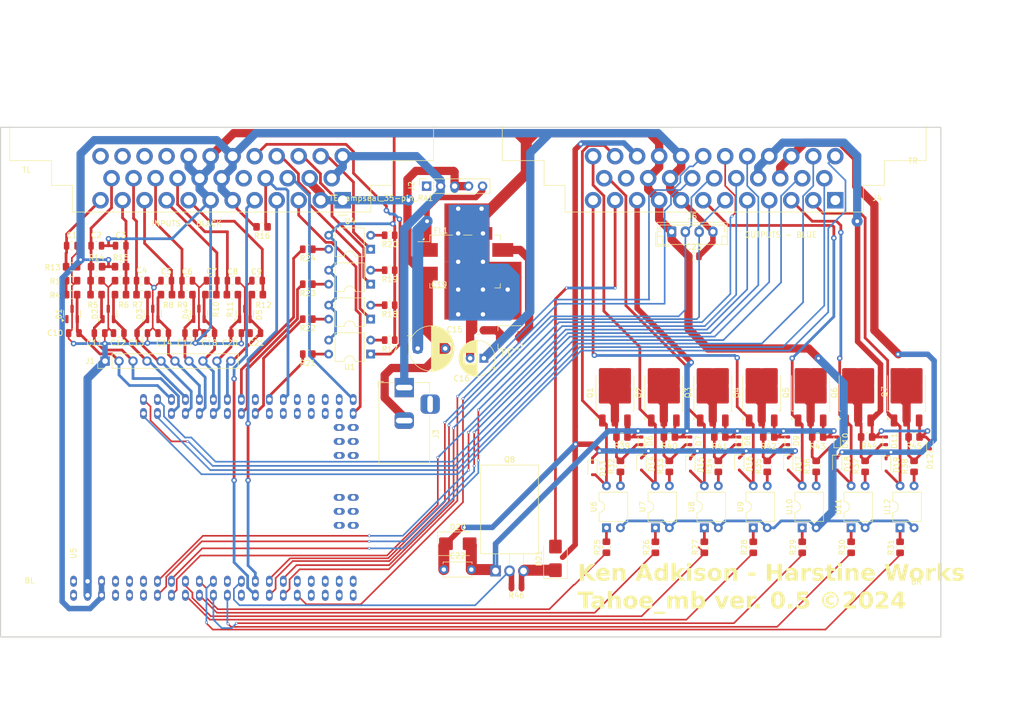
<source format=kicad_pcb>
(kicad_pcb (version 20240108) (generator "pcbnew") (generator_version "8.0")
  (title_block (title "Tahoe_mb PCB") (date "2024-12-05") (rev "0.5") (company "Ken Adkison") (comment 1 "Harstine Works"))
  (layers (0 "F.Cu" signal) (31 "B.Cu" signal) (34 "B.Paste" user) (35 "F.Paste" user) (36 "B.SilkS" user "B.Silkscreen") (37 "F.SilkS" user "F.Silkscreen") (38 "B.Mask" user) (39 "F.Mask" user) (44 "Edge.Cuts" user))
  (net 0 "")
  (net 1 "/oil_t")
  (net 2 "/fuel_lvl")
  (net 3 "/ac_hp")
  (net 4 "/throttle")
  (net 5 "Net-(F1-Pad1)")
  (net 6 "Net-(D3-A)")
  (net 7 "Net-(D4-A)")
  (net 8 "Net-(D5-A)")
  (net 9 "Net-(D1-A)")
  (net 10 "Net-(D2-A)")
  (net 11 "/fuel_p")
  (net 12 "/oil_p")
  (net 13 "gnd")
  (net 14 "/coolant_t")
  (net 15 "/evap_p")
  (net 17 "/map")
  (net 18 "/rpm")
  (net 19 "Net-(J1-Pin_9)")
  (net 20 "+5v")
  (net 21 "/vss")
  (net 22 "Net-(J1-Pin_7)")
  (net 23 "/acr")
  (net 24 "Net-(J1-Pin_3)")
  (net 25 "/rec")
  (net 26 "/cool_lvl")
  (net 27 "/ac_req")
  (net 28 "/1-wire")
  (net 29 "/recirc")
  (net 30 "/vss_l")
  (net 31 "/oil_lvl")
  (net 32 "/rpm_l")
  (net 33 "/rxd2")
  (net 34 "/txd2")
  (net 52 "Net-(J2-Pin_3)")
  (net 53 "Net-(J2-Pin_5)")
  (net 81 "Net-(J1-Pin_5)")
  (net 83 "Net-(D7-K)")
  (net 84 "/Ouputs/dash_sw12v")
  (net 85 "/Ouputs/dash_gnd")
  (net 86 "/Ouputs/dash_mil")
  (net 88 "Net-(J2-Pin_2)")
  (net 89 "pwm_ac")
  (net 90 "FM_SCL")
  (net 91 "i_comp")
  (net 92 "pwm_fan1")
  (net 93 "FM_SDA")
  (net 94 "/Ouputs/dash_temp")
  (net 95 "/Ouputs/misc_pwr_15A")
  (net 96 "/Ouputs/dash_fuel")
  (net 97 "i_fan2")
  (net 98 "/Ouputs/fuel_takeover_gnd")
  (net 99 "/Ouputs/pgnd")
  (net 100 "nex_rxd1")
  (net 101 "pwm_fuel")
  (net 102 "/Ouputs/FM_+5V_ODB2")
  (net 103 "nex_txd1")
  (net 104 "pwm_en")
  (net 105 "/Ouputs/dash_oil")
  (net 106 "/Ouputs/dash_volt")
  (net 107 "i_fan1")
  (net 108 "pwm_fan2")
  (net 109 "i_fuel")
  (net 110 "mil")
  (net 111 "Net-(R17-Pad2)")
  (net 112 "Net-(R18-Pad2)")
  (net 113 "Net-(R19-Pad2)")
  (net 114 "Net-(R20-Pad2)")
  (net 115 "Net-(R21-Pad1)")
  (net 116 "Net-(R22-Pad1)")
  (net 117 "Net-(R23-Pad1)")
  (net 118 "Net-(R24-Pad1)")
  (net 119 "Net-(R25-Pad2)")
  (net 120 "Net-(R26-Pad2)")
  (net 121 "Net-(R27-Pad2)")
  (net 122 "Net-(R28-Pad2)")
  (net 123 "Net-(R32-Pad1)")
  (net 124 "Net-(R33-Pad1)")
  (net 125 "fuel_g")
  (net 126 "oil_g")
  (net 127 "temp_g")
  (net 128 "volt_g")
  (net 129 "mph")
  (net 130 "evap")
  (net 131 "fuel_en")
  (net 132 "Net-(D11-K)")
  (net 133 "Net-(D12-K)")
  (net 137 "Net-(D21-K)")
  (net 138 "Net-(D18-A)")
  (net 139 "Net-(D17-A)")
  (net 140 "Net-(R29-Pad2)")
  (net 141 "Net-(R30-Pad2)")
  (net 142 "Net-(R31-Pad2)")
  (net 143 "Net-(D6-K)")
  (net 144 "Net-(R34-Pad1)")
  (net 145 "Net-(D8-K)")
  (net 146 "Net-(D9-K)")
  (net 147 "Net-(R35-Pad1)")
  (net 148 "Net-(R36-Pad1)")
  (net 149 "Net-(D10-K)")
  (net 150 "Net-(R37-Pad1)")
  (net 151 "Net-(R38-Pad1)")
  (footprint "Resistor_SMD:R_0805_2012Metric" (layer "F.Cu") (at 102.033 89.748 180)
    (property "Reference" "R22")
    (property "Value" "3k")
  )
  (footprint "Resistor_SMD:R_0805_2012Metric_Pad1.20x1.40mm_HandSolder" (layer "F.Cu") (at 156.287 131.183 90)
    (property "Reference" "R25")
    (property "Value" "1k")
  )
  (footprint "MountingHole:MountingHole_3.5mm" (layer "F.Cu") (at 51.487 142.438)
    (property "Reference" "BL")
    (property "Value" "MountingHole_3.5mm")
  )
  (footprint "Diode_SMD:D_SOD-323F" (layer "F.Cu") (at 189.317 116.063 -90)
    (property "Reference" "D17")
    (property "Value" "1N4148WT")
  )
  (footprint "Resistor_SMD:R_0805_2012Metric_Pad1.20x1.40mm_HandSolder" (layer "F.Cu") (at 212.177 116.493 90)
    (property "Reference" "R38")
    (property "Value" "510")
  )
  (footprint "Resistor_SMD:R_0805_2012Metric" (layer "F.Cu") (at 116.9155 87.208 180)
    (property "Reference" "R18")
    (property "Value" "3k")
  )
  (footprint "Connector_BarrelJack:BarrelJack_Horizontal" (layer "F.Cu") (at 119.559 102.179 90)
    (property "Reference" "J3")
    (property "Value" "Barrel_Jack")
  )
  (footprint "Resistor_SMD:R_0805_2012Metric_Pad1.20x1.40mm_HandSolder" (layer "F.Cu") (at 68.013 85.298 180)
    (property "Reference" "R6")
    (property "Value" "470")
  )
  (footprint "Capacitor_SMD:C_0805_2012Metric" (layer "F.Cu") (at 71.968 92.283 180)
    (property "Reference" "C13")
    (property "Value" ".22uf")
  )
  (footprint "Resistor_SMD:R_0805_2012Metric_Pad1.20x1.40mm_HandSolder" (layer "F.Cu") (at 92.873 85.298 180)
    (property "Reference" "R12")
    (property "Value" "470")
  )
  (footprint "Diode_SMD:D_SOD-523" (layer "F.Cu") (at 180.427 111.853 90)
    (property "Reference" "D8")
    (property "Value" "ZMM5248B-7")
  )
  (footprint "Capacitor_SMD:C_0805_2012Metric" (layer "F.Cu") (at 64.203 92.283 180)
    (property "Reference" "C11")
    (property "Value" ".22uf")
  )
  (footprint "Package_DIP:DIP-4_W7.62mm" (layer "F.Cu") (at 113.453 83.398 180)
    (property "Reference" "U3" (hide yes))
    (property "Value" "EL817")
  )
  (footprint "Package_TO_SOT_SMD:SOT-23" (layer "F.Cu") (at 73.868 88.8055 90)
    (property "Reference" "D3")
    (property "Value" "BZB84-B5V1,215")
  )
  (footprint "Package_DIP:DIP-4_W7.62mm" (layer "F.Cu") (at 182.967 127.653 90)
    (property "Reference" "U9")
    (property "Value" "PC817")
  )
  (footprint "Resistor_SMD:R_0805_2012Metric_Pad1.20x1.40mm_HandSolder" (layer "F.Cu") (at 59.123 82.758 180)
    (property "Reference" "R1")
    (property "Value" "330")
  )
  (footprint "Resistor_SMD:R_0805_2012Metric_Pad1.20x1.40mm_HandSolder" (layer "F.Cu") (at 209.637 131.193 90)
    (property "Reference" "R31")
    (property "Value" "1k")
  )
  (footprint "Resistor_SMD:R_0805_2012Metric_Pad1.20x1.40mm_HandSolder" (layer "F.Cu") (at 185.777 111.153 180)
    (property "Reference" "R42")
    (property "Value" "510")
  )
  (footprint "Diode_SMD:D_SOD-523" (layer "F.Cu") (at 198.207 111.853 90)
    (property "Reference" "D10")
    (property "Value" "ZMM5248B-7")
  )
  (footprint "Package_TO_SOT_THT:TO-220F-3_Horizontal_TabDown" (layer "F.Cu") (at 136.145 135.487)
    (property "Reference" "Q8")
    (property "Value" "NMOS")
  )
  (footprint "Diode_SMD:D_SOD-523" (layer "F.Cu") (at 162.647 111.853 90)
    (property "Reference" "D6")
    (property "Value" "ZMM5248B-7")
  )
  (footprint "Resistor_SMD:R_0805_2012Metric_Pad1.20x1.40mm_HandSolder" (layer "F.Cu") (at 88.333 85.298)
    (property "Reference" "R11")
    (property "Value" "470")
  )
  (footprint "Resistor_SMD:R_0805_2012Metric_Pad1.20x1.40mm_HandSolder" (layer "F.Cu") (at 63.568 85.298 180)
    (property "Reference" "R5")
    (property "Value" "470" (hide yes))
  )
  (footprint "Capacitor_SMD:C_0805_2012Metric" (layer "F.Cu") (at 71.868 82.758 180)
    (property "Reference" "C4")
    (property "Value" ".1uf")
  )
  (footprint "~2024_footprints:MEGA2560-Pro" (layer "F.Cu") (at 59.488 139.908 90)
    (property "Reference" "U5")
    (property "Value" "MEGA2560-Pro")
  )
  (footprint "Package_TO_SOT_SMD:TO-252-3_TabPin2" (layer "F.Cu") (at 157.827 103.118 90)
    (property "Reference" "Q1")
    (property "Value" "NMOS 60N03")
  )
  (footprint "Package_DIP:DIP-4_W7.62mm" (layer "F.Cu") (at 200.747 127.653 90)
    (property "Reference" "U11")
    (property "Value" "PC817")
  )
  (footprint "Package_TO_SOT_SMD:TO-252-3_TabPin2" (layer "F.Cu") (at 184.497 103.118 90)
    (property "Reference" "Q4")
    (property "Value" "NMOS 60N03")
  )
  (footprint "Resistor_SMD:R_0805_2012Metric_Pad1.20x1.40mm_HandSolder" (layer "F.Cu") (at 59.123 80.218 180)
    (property "Reference" "R13")
    (property "Value" "330")
  )
  (footprint "Package_TO_SOT_SMD:TO-252-3_TabPin2" (layer "F.Cu") (at 202.017 103.118 90)
    (property "Reference" "Q6")
    (property "Value" "NMOS 60N03")
  )
  (footprint "Resistor_SMD:R_0805_2012Metric" (layer "F.Cu") (at 116.9155 74.508 180)
    (property "Reference" "R20")
    (property "Value" "3k")
  )
  (footprint "Capacitor_SMD:C_0805_2012Metric" (layer "F.Cu") (at 76.318 82.758)
    (property "Reference" "C5")
    (property "Value" ".1uf")
  )
  (footprint "Resistor_SMD:R_0805_2012Metric_Pad1.20x1.40mm_HandSolder" (layer "F.Cu") (at 59.123 85.298)
    (property "Reference" "R4")
    (property "Value" "470")
  )
  (footprint "Resistor_SMD:R_0805_2012Metric_Pad1.20x1.40mm_HandSolder" (layer "F.Cu") (at 203.557 111.153 180)
    (property "Reference" "R44")
    (property "Value" "510")
  )
  (footprint "Capacitor_SMD:C_0805_2012Metric" (layer "F.Cu") (at 84.148 92.283)
    (property "Reference" "C18")
    (property "Value" ".22uf" (hide yes))
  )
  (footprint "Resistor_SMD:R_0805_2012Metric_Pad1.20x1.40mm_HandSolder" (layer "F.Cu") (at 84.428 85.298 180)
    (property "Reference" "R10")
    (property "Value" "470")
  )
  (footprint "Capacitor_SMD:C_0805_2012Metric" (layer "F.Cu") (at 89.023 92.283 180)
    (property "Reference" "C20")
    (property "Value" ".22uf" (hide yes))
  )
  (footprint "Capacitor_SMD:C_0805_2012Metric" (layer "F.Cu") (at 80.668 92.283 180)
    (property "Reference" "C17")
    (property "Value" ".22uf" (hide yes))
  )
  (footprint "Resistor_SMD:R_0805_2012Metric" (layer "F.Cu") (at 102.033 96.098 180)
    (property "Reference" "R21")
    (property "Value" "3k")
  )
  (footprint "Resistor_SMD:R_0805_2012Metric_Pad1.20x1.40mm_HandSolder" (layer "F.Cu") (at 191.857 131.193 90)
    (property "Reference" "R29")
    (property "Value" "1k")
  )
  (footprint "Diode_SMD:D_SOD-323F" (layer "F.Cu") (at 162.647 116.063 -90)
    (property "Reference" "D14")
    (property "Value" "1N4148WT")
  )
  (footprint "Capacitor_SMD:C_0805_2012Metric" (layer "F.Cu") (at 92.823 82.758)
    (property "Reference" "C9")
    (property "Value" ".1uf")
  )
  (footprint "Package_TO_SOT_SMD:TO-252-3_TabPin2" (layer "F.Cu") (at 193.387 103.118 90)
    (property "Reference" "Q5")
    (property "Value" "NMOS 60N03")
  )
  (footprint "Resistor_SMD:R_0805_2012Metric_Pad1.20x1.40mm_HandSolder" (layer "F.Cu") (at 63.578 82.758 180)
    (property "Reference" "R2" (hide yes))
    (property "Value" "330")
  )
  (footprint "Capacitor_SMD:C_0805_2012Metric" (layer "F.Cu") (at 92.498 92.283)
    (property "Reference" "C21")
    (property "Value" ".22uf")
  )
  (footprint "Resistor_SMD:R_0805_2012Metric_Pad1.20x1.40mm_HandSolder" (layer "F.Cu") (at 194.667 111.153 180)
    (property "Reference" "R43")
    (property "Value" "510")
  )
  (footprint "Diode_SMD:Littelfuse_PolyZen-LS" (layer "F.Cu") (at 138.685 93.045 180)
    (property "Reference" "F1")
    (property "Value" "Polyfuse_0.5A")
  )
  (footprint "Capacitor_SMD:C_0805_2012Metric" (layer "F.Cu") (at 68.058 76.408)
    (property "Reference" "C3")
    (property "Value" ".1uf")
  )
  (footprint "Capacitor_THT:CP_Radial_D8.0mm_P5.00mm" (layer "F.Cu") (at 122.001 95.077)
    (property "Reference" "C19")
    (property "Value" "47uf_50v")
  )
  (footprint "Resistor_SMD:R_0805_2012Metric_Pad1.20x1.40mm_HandSolder" (layer "F.Cu") (at 212.177 111.153 180)
    (property "Reference" "R45")
    (property "Value" "510")
  )
  (footprint "Capacitor_SMD:C_0805_2012Metric" (layer "F.Cu") (at 59.533 92.283)
    (property "Reference" "C10")
    (property "Value" ".22uf")
  )
  (footprint "Resistor_SMD:R_0805_2012Metric" (layer "F.Cu") (at 102.033 77.048 180)
    (property "Reference" "R24")
    (property "Value" "3k")
  )
  (footprint "Resistor_SMD:R_0805_2012Metric_Pad1.20x1.40mm_HandSolder" (layer "F.Cu") (at 80.078 85.298)
    (property "Reference" "R9")
    (property "Value" "470")
  )
  (footprint "Diode_SMD:D_SOD-323F" (layer "F.Cu") (at 207.097 116.233 -90)
    (property "Reference" "D19")
    (property "Value" "1N4148WT")
  )
  (footprint "Diode_SMD:D_SOD-523" (layer "F.Cu") (at 207.097 111.853 90)
    (property "Reference" "D11")
    (property "Value" "ZMM5248B-7")
  )
  (footprint "Capacitor_SMD:C_0805_2012Metric" (layer "F.Cu") (at 59.168 76.408 180)
    (property "Reference" "C1")
    (property "Value" ".1uf")
  )
  (footprint "Package_DIP:DIP-4_W7.62mm" (layer "F.Cu") (at 165.182 127.653 90)
    (property "Reference" "U7")
    (property "Value" "PC817")
  )
  (footprint "Capacitor_THT:C_Disc_D5.0mm_W2.5mm_P5.00mm" (layer "F.Cu") (at 126.747 135.24)
    (property "Reference" "C22")
    (property "Value" "C_Polarized_Small")
  )
  (footprint "Capacitor_SMD:C_0805_2012Metric" (layer "F.Cu") (at 75.773 92.283)
    (property "Reference" "C14")
    (property "Value" ".22uf")
  )
  (footprint "Diode_SMD:D_SOD-523" (layer "F.Cu") (at 215.063 112.593 90)
    (property "Reference" "D12")
    (property "Value" "ZMM5248B-7")
  )
  (footprint "Connector_PinSocket_2.54mm:PinSocket_1x05_P2.54mm_Vertical" (layer "F.Cu") (at 123.623 65.581 90)
    (property "Reference" "J2")
    (property "Value" "5V_P/S")
  )
  (footprint "Package_DIP:DIP-4_W7.62mm" (layer "F.Cu") (at 156.292 127.653 90)
    (property "Reference" "U6")
    (property "Value" "PC817")
  )
  (footprint "Resistor_SMD:R_0805_2012Metric_Pad1.20x1.40mm_HandSolder" (layer "F.Cu") (at 71.918 85.298)
    (property "Reference" "R7")
    (property "Value" "470")
  )
  (footprint "Resistor_SMD:R_0805_2012Metric" (layer "F.Cu") (at 139.955 138.288 180)
    (property "Reference" "R46")
    (property "Value" "10k")
  )
  (footprint "Resistor_SMD:R_0805_2012Metric_Pad1.20x1.40mm_HandSolder" (layer "F.Cu") (at 76.363 85.298 180)
    (property "Reference" "R8")
    (property "Value" "470")
  )
  (footprint "Resistor_SMD:R_0805_2012Metric_Pad1.20x1.40mm_HandSolder" (layer "F.Cu") (at 93.727 72.979 180)
    (property "Reference" "R16")
    (property "Value" "470")
  )
  (footprint "Resistor_SMD:R_0805_2012Metric" (layer "F.Cu") (at 116.9155 80.858 180)
    (property "Reference" "R19")
    (property "Value" "3k")
  )
  (footprint "Capacitor_SMD:C_0805_2012Metric" (layer "F.Cu") (at 88.378 82.758 180)
    (property "Reference" "C8")
    (property "Value" ".1uf")
  )
  (footprint "Diode_SMD:D_SOD-323F" (layer "F.Cu") (at 198.207 116.063 -90)
    (property "Reference" "D18")
    (property "Value" "1N4148WT")
  )
  (footprint "Resistor_SMD:R_0805_2012Metric_Pad1.20x1.40mm_HandSolder" (layer "F.Cu") (at 200.747 131.193 90)
    (property "Reference" "R30")
    (property "Value" "1k")
  )
  (footprint "Capacitor_SMD:C_0805_2012Metric" (layer "F.Cu") (at 133.031 91.775 180)
    (property "Reference" "C15")
    (property "Value" "0.1uf")
  )
  (footprint "Resistor_SMD:R_0805_2012Metric_Pad1.20x1.40mm_HandSolder" (layer "F.Cu") (at 182.967 131.193 90)
    (property "Reference" "R28")
    (property "Value" "1k")
  )
  (footprint "Resistor_SMD:R_0805_2012Metric" (layer "F.Cu") (at 102.033 83.398 180)
    (property "Reference" "R23")
    (property "Value" "3k")
  )
  (footprint "Package_TO_SOT_SMD:SOT-23" (layer "F.Cu") (at 82.253 88.7755 90)
    (property "Reference" "D4")
    (property "Value" "BZB84-B5V1,215")
  )
  (footprint "Connector_PinHeader_2.54mm:PinHeader_1x10_P2.54mm_Vertical" (layer "F.Cu") (at 65.203 97.363 90)
    (property "Reference" "J1")
    (property "Value" "test")
  )
  (footprint "Package_DIP:DIP-4_W7.62mm" (layer "F.Cu") (at 191.857 127.653 90)
    (property "Reference" "U10")
    (property "Value" "PC817")
  )
  (footprint "Resistor_SMD:R_0805_2012Metric" (layer "F.Cu") (at 116.9155 93.558 180)
    (property "Reference" "R17")
    (property "Value" "3k")
  )
  (footprint "Resistor_SMD:R_0805_2012Metric_Pad1.20x1.40mm_HandSolder" (layer "F.Cu") (at 203.287 116.493 90)
    (property "Reference" "R37")
    (property "Value" "510")
  )
  (footprint "Resistor_SMD:R_0805_2012Metric_Pad1.20x1.40mm_HandSolder" (layer "F.Cu") (at 68.013 80.218 180)
    (property "Reference" "R15")
    (property "Value" "330")
  )
  (footprint "Capacitor_SMD:C_0805_2012Metric" (layer "F.Cu") (at 63.613 76.408 180)
    (property "Reference" "C2")
    (property "Value" ".1uf")
  )
  (footprint "MountingHole:MountingHole_3.5mm" (layer "F.Cu") (at 211.987 66.183)
    (property "Reference" "TR")
    (property "Value" "MountingHole_3.5mm")
  )
  (footprint "Resistor_SMD:R_0805_2012Metric_Pad1.20x1.40mm_HandSolder" (layer "F.Cu") (at 159.107 111.153 180)
    (property "Reference" "R39")
    (property "Value" "510")
  )
  (footprint "Resistor_SMD:R_0805_2012Metric_Pad1.20x1.40mm_HandSolder" (layer "F.Cu") (at 185.507 116.493 90)
    (property "Reference" "R35")
    (property "Value" "510")
  )
  (footprint "~2024_footprints:TE_AMPSEAL_1-776163-x_3Rows_35_P0.4mm_Horizontal" (layer "F.Cu") (at 108.383 68.143 180)
    (property "Reference" "TE-ampseal_35-pin_RA1")
    (property "Value" "J1")
  )
  (footprint "Resistor_SMD:R_0805_2012Metric_Pad1.20x1.40mm_HandSolder" (layer "F.Cu") (at 176.617 116.493 90)
    (property "Reference" "R34")
    (property "Value" "510")
  )
  (footprint "Package_DIP:DIP-4_W7.62mm" (layer "F.Cu") (at 174.077 127.653 90)
    (property "Reference" "U8")
    (property "Value" "PC817")
  )
  (footprint "~2024_footprints:TE_AMPSEAL_1-776163-x_3Rows_35_P0.4mm_Horizontal" (layer "F.Cu") (at 197.867 68.143 180)
    (property "Reference" "J4")
    (property "Value" "TE-ampseal_35-pin_RA2")
  )
  (footprint "Package_DIP:DIP-4_W7.62mm" (layer "F.Cu") (at 209.637 127.653 90)
    (property "Reference" "U12")
    (property "Value" "PC817")
  )
  (footprint "Filter:Filter_Murata_BNX025_ThermalVias" (layer "F.Cu") (at 130.605 79.327)
    (property "Reference" "FL1")
    (property "Value" "BNX025H01L")
  )
  (footprint "MountingHole:MountingHole_3.5mm" (layer "F.Cu") (at 50.951 67.707)
    (property "Reference" "TL")
    (property "Value" "MountingHole_3.5mm")
  )
  (footprint "Resistor_SMD:R_0805_2012Metric_Pad1.20x1.40mm_HandSolder" (layer "F.Cu") (at 194.397 116.493 90)
    (property "Reference" "R36")
    (property "Value" "510")
  )
  (footprint "Package_TO_SOT_SMD:TO-252-3_TabPin2" (layer "F.Cu") (at 166.717 103.118 90)
    (property "Reference" "Q2")
    (property "Value" "NMOS 60N03")
  )
  (footprint "Capacitor_SMD:C_0805_2012Metric" (layer "F.Cu") (at 67.693 92.283)
    (property "Reference" "C12")
    (property "Value" ".22uf")
  )
  (footprint "Capacitor_SMD:C_0805_2012Metric" (layer "F.Cu") (at 172.142 78.313)
    (property "Reference" "C23")
    (property "Value" "0.1uf")
  )
  (footprint "Resistor_SMD:R_0805_2012Metric_Pad1.20x1.40mm_HandSolder" (layer "F.Cu") (at 165.182 131.193 90)
    (property "Reference" "R26")
    (property "Value" "1k")
  )
  (footprint "Package_TO_SOT_SMD:TO-252-3_TabPin2" (layer "F.Cu") (at 175.607 103.118 90)
    (property "Reference" "Q3")
    (property "Value" "NMOS 60N03")
  )
  (footprint "Resistor_SMD:R_0805_2012Metric_Pad1.20x1.40mm_HandSolder" (layer "F.Cu") (at 68.013 82.758)
    (property "Reference" "R3" (hide yes))
    (property "Value" "330")
  )
  (footprint "Resistor_SMD:R_0805_2012Metric_Pad1.20x1.40mm_HandSolder" (layer "F.Cu") (at 63.663 80.218 180)
    (property "Reference" "R14")
    (property "Value" "330")
  )
  (footprint "Diode_SMD:D_SOD-323F" (layer "F.Cu") (at 153.757 116.911 -90)
    (property "Reference" "D13")
    (property "Value" "1N4148WT")
  )
  (footprint "Diode_SMD:D_SOD-323F" (layer "F.Cu") (at 171.537 116.233 -90)
    (property "Reference" "D15")
    (property "Value" "1N4148WT")
  )
  (footprint "Diode_SMD:D_SMB" (layer "F.Cu") (at 129.287 130.55)
    (property "Reference" "D20")
    (property "Value" "B330B-13-F")
  )
  (footprint "Package_DIP:DIP-4_W7.62mm" (layer "F.Cu") (at 113.453 77.048 180)
    (property "Reference" "U4")
    (property "Value" "EL817")
  )
  (footprint "Diode_SMD:D_SMB" (layer "F.Cu") (at 147.027 133.208 90)
    (property "Reference" "D21")
    (property "Value" "B330B-13-F")
  )
  (footprint "Package_DIP:DIP-4_W7.62mm" (layer "F.Cu") (at 113.453 96.098 180)
    (property "Reference" "U1")
    (property "Value" "EL817")
  )
  (footprint "Resistor_SMD:R_0805_2012Metric_Pad1.20x1.40mm_HandSolder" (layer "F.Cu") (at 176.887 111.153 180)
    (property "Reference" "R41")
    (property "Value" "510")
  )
  (footprint "Capacitor_SMD:C_0805_2012Metric" (layer "F.Cu") (at 84.573 82.758)
    (property "Reference" "C7")
    (property "Value" ".1uf")
  )
  (footprint "Capacitor_SMD:C_0805_2012Metric" (layer "F.Cu") (at 80.128 82.758 180)
    (property "Reference" "C6")
    (property "Value" ".1uf")
  )
  (footprint "Connector_JST:JST_EH_B4B-EH-A_1x04_P2.50mm_Vertical" (layer "F.Cu") (at 168.132 73.868)
    (property "Reference" "J5")
    (property "Value" "Nextion")
  )
  (footprint "Package_TO_SOT_SMD:SOT-23" (layer "F.Cu") (at 65.788 88.8055 90)
    (property "Reference" "D2")
    (property "Value" "BZB84-B5V1,215")
  )
  (footprint "Resistor_SMD:R_0805_2012Metric_Pad1.20x1.40mm_HandSolder" (layer "F.Cu") (at 158.832 116.493 90)
    (property "Reference" "R32")
    (property "Value" "510")
  )
  (footprint "Package_TO_SOT_SMD:TO-252-3_TabPin2" (layer "F.Cu") (at 210.817 103.118 90)
    (property "Reference" "Q7")
    (property "Value" "NMOS 60N03")
  )
  (footprint "Package_TO_SOT_SMD:SOT-23" (layer "F.Cu") (at 59.213 88.8055 90)
    (property "Reference" "D1")
    (property "Value" "BZB84-B5V1,215")
  )
  (footprint "Diode_SMD:D_SOD-523" (layer "F.Cu") (at 189.317 111.853 90)
    (property "Reference" "D9")
    (property "Value" "ZMM5248B-7")
  )
  (footprint "Resistor_SMD:R_0805_2012Metric_Pad1.20x1.40mm_HandSolder" (layer "F.Cu") (at 167.722 116.493 90)
    (property "Reference" "R33")
    (property "Value" "510")
  )
  (footprint "Diode_SMD:D_SOD-323F" (layer "F.Cu") (at 180.427 116.063 -90)
    (property "Reference" "D16")
    (property "Value" "1N4148WT")
  )
  (footprint "Resistor_SMD:R_0805_2012Metric_Pad1.20x1.40mm_HandSolder" (layer "F.Cu") (at 174.077 131.193 90)
    (property "Reference" "R27")
    (property "Value" "1k")
  )
  (footprint "Resistor_SMD:R_0805_2012Metric_Pad1.20x1.40mm_HandSolder" (layer "F.Cu") (at 167.727 111.153 180)
    (property "Reference" "R40")
    (property "Value" "510")
  )
  (footprint "Capacitor_THT:CP_Radial_D6.3mm_P2.50mm" (layer "F.Cu") (at 134.02538 96.855 180)
    (property "Reference" "C16")
    (property "Value" "47uf_35v")
  )
  (footprint "MountingHole:MountingHole_3.5mm" (layer "F.Cu") (at 212.523 142.438)
    (property "Reference" "BR")
    (property "Value" "MountingHole_3.5mm")
  )
  (footprint "Diode_SMD:D_SOD-523" (layer "F.Cu") (at 171.537 111.853 90)
    (property "Reference" "D7")
    (property "Value" "ZMM5248B-7")
  )
  (footprint "Package_TO_SOT_SMD:SOT-23" (layer "F.Cu") (at 90.593 88.8055 90)
    (property "Reference" "D5")
    (property "Value" "BZB84-B5V1,215")
  )
  (footprint "Package_DIP:DIP-4_W7.62mm" (layer "F.Cu") (at 113.453 89.748 180)
    (property "Reference" "U2" (hide yes))
    (property "Value" "EL817")
  )
  (gr_poly (pts (xy 127.723 69.082) (xy 127.723 89.91) (xy 138.899 89.91) (xy 140.423 88.386) (xy 140.423 81.782) (xy 138.391 79.75) (xy 134.835 79.75) (xy 134.835 69.082)) (stroke (width 0.2)) (fill solid) (layer "B.Cu") (net 13))
  (gr_rect (start 46.219 54.897) (end 217.034 147.48) (stroke (width 0.2)) (fill none) (layer "Edge.Cuts"))
  (gr_text "Ken Adkison - Harstine Works\nTahoe_mb ver. 0.5 ©2024" (at 151.055 142.819 0) (layer "F.SilkS") (effects (font (size 3 3) (thickness 0.7) (bold yes)) (justify left bottom)))
  (gr_text "INPUTS - BLACK" (at 73.585 72.969 0) (layer "F.SilkS") (effects (font (size 1 1)) (justify left bottom)))
  (gr_text "OUTPUTS - BLUE" (at 181.281 75.001 0) (layer "F.SilkS") (effects (font (size 1 1)) (justify left bottom)))
  (segment (start 58.123 82.758) (end 58.123 80.218) (width 0.5) (layer "F.Cu") (net 1))
  (segment (start 65.213 68.593) (end 65.663 68.143) (width 0.3) (layer "F.Cu") (net 1))
  (segment (start 58.123 85.298) (end 58.123 82.758) (width 0.5) (layer "F.Cu") (net 1))
  (segment (start 58.218 77.678) (end 58.218 74.308) (width 0.5) (layer "F.Cu") (net 1))
  (segment (start 58.218 74.308) (end 64.383 68.143) (width 0.5) (layer "F.Cu") (net 1))
  (segment (start 58.123 77.773) (end 58.218 77.678) (width 0.5) (layer "F.Cu") (net 1))
  (segment (start 58.123 80.218) (end 58.123 77.773) (width 0.5) (layer "F.Cu") (net 1))
  (segment (start 69.013 80.218) (end 69.013 82.758) (width 0.5) (layer "F.Cu") (net 2))
  (segment (start 68.383 68.143) (end 68.383 71.333) (width 0.5) (layer "F.Cu") (net 2))
  (segment (start 69.013 71.963) (end 69.013 80.218) (width 0.5) (layer "F.Cu") (net 2))
  (segment (start 69.013 82.758) (end 69.013 85.298) (width 0.5) (layer "F.Cu") (net 2))
  (segment (start 68.383 71.333) (end 69.013 71.963) (width 0.5) (layer "F.Cu") (net 2))
  (segment (start 79.078 85.298) (end 79.078 82.858) (width 0.5) (layer "F.Cu") (net 3))
  (segment (start 79.178 77.048) (end 74.383 72.253) (width 0.5) (layer "F.Cu") (net 3))
  (segment (start 74.383 72.253) (end 74.383 64.143) (width 0.5) (layer "F.Cu") (net 3))
  (segment (start 79.178 82.758) (end 79.178 77.048) (width 0.5) (layer "F.Cu") (net 3))
  (segment (start 79.078 82.858) (end 79.178 82.758) (width 0.5) (layer "F.Cu") (net 3))
  (segment (start 78.383 68.900717) (end 83.350283 73.868) (width 0.5) (layer "F.Cu") (net 4))
  (segment (start 83.350283 73.868) (end 87.428 73.868) (width 0.5) (layer "F.Cu") (net 4))
  (segment (start 87.333 82.853) (end 87.428 82.758) (width 0.5) (layer "F.Cu") (net 4))
  (segment (start 78.383 64.143) (end 78.383 68.900717) (width 0.5) (layer "F.Cu") (net 4))
  (segment (start 87.333 85.298) (end 87.333 82.853) (width 0.5) (layer "F.Cu") (net 4))
  (segment (start 87.428 73.868) (end 87.428 82.758) (width 0.5) (layer "F.Cu") (net 4))
  (segment (start 140.405 93.045) (end 142.241 91.209) (width 1.5) (layer "F.Cu") (net 5))
  (segment (start 142.241 78.821) (end 140.597 77.177) (width 1.5) (layer "F.Cu") (net 5))
  (segment (start 142.241 91.209) (end 142.241 78.821) (width 1.5) (layer "F.Cu") (net 5))
  (segment (start 140.597 77.177) (end 137.455 77.177) (width 1.5) (layer "F.Cu") (net 5))
  (segment (start 76.723 91.648) (end 74.818 89.743) (width 0.5) (layer "F.Cu") (net 6))
  (segment (start 76.723 96.183) (end 77.903 97.363) (width 0.5) (layer "F.Cu") (net 6))
  (segment (start 76.723 92.283) (end 76.723 96.183) (width 0.5) (layer "F.Cu") (net 6))
  (segment (start 74.818 89.743) (end 74.818 85.843) (width 0.5) (layer "F.Cu") (net 6))
  (segment (start 74.818 85.843) (end 75.363 85.298) (width 0.5) (layer "F.Cu") (net 6))
  (segment (start 76.723 92.283) (end 76.723 91.648) (width 0.5) (layer "F.Cu") (net 6))
  (segment (start 82.348 101.808) (end 82.348 104.348) (width 0.5) (layer "B.Cu") (net 6))
  (segment (start 77.903 97.363) (end 82.348 101.808) (width 0.5) (layer "B.Cu") (net 6))
  (segment (start 85.098 92.283) (end 85.098 91.608) (width 0.5) (layer "F.Cu") (net 7))
  (segment (start 85.098 95.248) (end 82.983 97.363) (width 0.5) (layer "F.Cu") (net 7))
  (segment (start 85.098 92.283) (end 85.098 95.248) (width 0.5) (layer "F.Cu") (net 7))
  (segment (start 83.203 85.523) (end 83.428 85.298) (width 0.5) (layer "F.Cu") (net 7))
  (segment (start 85.098 91.608) (end 83.203 89.713) (width 0.5) (layer "F.Cu") (net 7))
  (segment (start 83.203 89.713) (end 83.203 85.523) (width 0.5) (layer "F.Cu") (net 7))
  (segment (start 84.888 99.268) (end 84.888 104.348) (width 0.5) (layer "B.Cu") (net 7))
  (segment (start 82.983 97.363) (end 84.888 99.268) (width 0.5) (layer "B.Cu") (net 7))
  (segment (start 91.543 89.743) (end 91.543 85.628) (width 0.5) (layer "F.Cu") (net 8))
  (segment (start 93.448 91.648) (end 91.543 89.743) (width 0.5) (layer "F.Cu") (net 8))
  (segment (start 91.543 85.628) (end 91.873 85.298) (width 0.5) (layer "F.Cu") (net 8))
  (segment (start 93.448 92.283) (end 88.368 97.363) (width 0.5) (layer "F.Cu") (net 8))
  (segment (start 93.448 92.283) (end 93.448 91.648) (width 0.5) (layer "F.Cu") (net 8))
  (segment (start 88.368 97.363) (end 88.063 97.363) (width 0.5) (layer "F.Cu") (net 8))
  (segment (start 87.428 104.348) (end 87.428 97.998) (width 0.5) (layer "B.Cu") (net 8))
  (segment (start 87.428 97.998) (end 88.063 97.363) (width 0.5) (layer "B.Cu") (net 8))
  (segment (start 60.123 85.298) (end 60.123 89.703) (width 0.5) (layer "F.Cu") (net 9))
  (segment (start 60.163 91.963) (end 60.483 92.283) (width 0.5) (layer "F.Cu") (net 9))
  (segment (start 60.483 92.283) (end 64.263 96.063) (width 0.5) (layer "F.Cu") (net 9))
  (segment (start 60.123 89.703) (end 60.163 89.743) (width 0.5) (layer "F.Cu") (net 9))
  (segment (start 66.443 96.063) (end 67.743 97.363) (width 0.5) (layer "F.Cu") (net 9))
  (segment (start 60.163 89.743) (end 60.163 91.963) (width 0.5) (layer "F.Cu") (net 9))
  (segment (start 64.263 96.063) (end 66.443 96.063) (width 0.5) (layer "F.Cu") (net 9))
  (segment (start 69.648 101.808) (end 74.728 101.808) (width 0.5) (layer "B.Cu") (net 9))
  (segment (start 67.743 97.363) (end 67.743 99.903) (width 0.5) (layer "B.Cu") (net 9))
  (segment (start 74.728 101.808) (end 77.268 104.348) (width 0.5) (layer "B.Cu") (net 9))
  (segment (start 67.743 99.903) (end 69.648 101.808) (width 0.5) (layer "B.Cu") (net 9))
  (segment (start 68.643 93.183) (end 72.823 97.363) (width 0.5) (layer "F.Cu") (net 10))
  (segment (start 68.643 92.283) (end 68.643 93.183) (width 0.5) (layer "F.Cu") (net 10))
  (segment (start 66.738 89.743) (end 66.738 85.573) (width 0.5) (layer "F.Cu") (net 10))
  (segment (start 68.643 91.648) (end 66.738 89.743) (width 0.5) (layer "F.Cu") (net 10))
  (segment (start 66.738 85.573) (end 67.013 85.298) (width 0.5) (layer "F.Cu") (net 10))
  (segment (start 68.643 92.283) (end 68.643 91.648) (width 0.5) (layer "F.Cu") (net 10))
  (segment (start 73.223 97.363) (end 79.808 103.948) (width 0.5) (layer "B.Cu") (net 10))
  (segment (start 79.808 103.948) (end 79.808 104.348) (width 0.5) (layer "B.Cu") (net 10))
  (segment (start 72.823 97.363) (end 73.223 97.363) (width 0.5) (layer "B.Cu") (net 10))
  (segment (start 72.383 68.143) (end 72.383 75.968) (width 0.5) (layer "F.Cu") (net 11))
  (segment (start 72.383 75.968) (end 77.268 80.853) (width 0.5) (layer "F.Cu") (net 11))
  (segment (start 77.363 85.298) (end 77.363 82.853) (width 0.5) (layer "F.Cu") (net 11))
  (segment (start 77.268 80.853) (end 77.268 82.758) (width 0.5) (layer "F.Cu") (net 11))
  (segment (start 77.363 82.853) (end 77.268 82.758) (width 0.5) (layer "F.Cu") (net 11))
  (segment (start 76.383 68.143) (end 76.383 68.538) (width 0.5) (layer "F.Cu") (net 12))
  (segment (start 85.523 85.203) (end 85.428 85.298) (width 0.5) (layer "F.Cu") (net 12))
  (segment (start 85.523 82.758) (end 85.523 85.203) (width 0.5) (layer "F.Cu") (net 12))
  (segment (start 85.523 77.678) (end 85.523 82.758) (width 0.5) (layer "F.Cu") (net 12))
  (segment (start 76.383 68.538) (end 85.523 77.678) (width 0.5) (layer "F.Cu") (net 12))
  (segment (start 88.565 55.961) (end 84.383 60.143) (width 1.5) (layer "F.Cu") (net 13))
  (segment (start 131.52538 86.90662) (end 133.855 84.577) (width 1.5) (layer "F.Cu") (net 13))
  (segment (start 59.4855 78.3105) (end 60.118 77.678) (width 0.3) (layer "F.Cu") (net 13))
  (segment (start 90.593 87.868) (end 90.593 91.663) (width 0.3) (layer "F.Cu") (net 13))
  (segment (start 117.828 72.785) (end 117.466 72.423) (width 0.5) (layer "F.Cu") (net 13))
  (segment (start 163.867 66.143) (end 165.867 68.143) (width 1.5) (layer "F.Cu") (net 13))
  (segment (start 73.868 87.868) (end 73.868 91.333) (width 0.3) (layer "F.Cu") (net 13))
  (segment (start 73.873 91.333) (end 74.823 92.283) (width 0.3) (layer "F.Cu") (net 13))
  (segment (start 139.701 55.961) (end 139.955 55.961) (width 1.5) (layer "F.Cu") (net 13))
  (segment (start 60.118 77.678) (end 60.118 76.408) (width 0.3) (layer "F.Cu") (net 13))
  (segment (start 65.788 91.648) (end 65.153 92.283) (width 0.3) (layer "F.Cu") (net 13))
  (segment (start 194.809 96.855) (end 193.031 95.077) (width 1.5) (layer "F.Cu") (net 13))
  (segment (start 165.867 57.753) (end 164.075 55.961) (width 1.5) (layer "F.Cu") (net 13))
  (segment (start 65.788 91.328) (end 66.743 92.283) (width 0.3) (layer "F.Cu") (net 13))
  (segment (start 65.7905 83.9805) (end 65.7905 83.9705) (width 0.3) (layer "F.Cu") (net 13))
  (segment (start 132.081 91.775) (end 132.081 86.351) (width 1.5) (layer "F.Cu") (net 13))
  (segment (start 90.608 84.023) (end 91.873 82.758) (width 0.3) (layer "F.Cu") (net 13))
  (segment (start 65.788 83.983) (end 67.013 82.758) (width 0.3) (layer "F.Cu") (net 13))
  (segment (start 117.828 80.858) (end 117.828 74.508) (width 0.5) (layer "F.Cu") (net 13))
  (segment (start 117.729 55.97) (end 117.72 55.961) (width 0.5) (layer "F.Cu") (net 13))
  (segment (start 59.173 78.623) (end 59.4855 78.3105) (width 0.3) (layer "F.Cu") (net 13))
  (segment (start 143.765 55.961) (end 141.733 55.961) (width 1.5) (layer "F.Cu") (net 13))
  (segment (start 58.583 92.283) (end 58.583 93.283) (width 0.3) (layer "F.Cu") (net 13))
  (segment (start 82.253 87.838) (end 82.253 91.648) (width 0.3) (layer "F.Cu") (net 13))
  (segment (start 117.828 74.508) (end 117.828 72.785) (width 0.5) (layer "F.Cu") (net 13))
  (segment (start 165.867 60.143) (end 165.867 62.143) (width 1.5) (layer "F.Cu") (net 13))
  (segment (start 117.72 55.961) (end 88.565 55.961) (width 1.5) (layer "F.Cu") (net 13))
  (segment (start 74.108 84.018) (end 75.368 82.758) (width 0.3) (layer "F.Cu") (net 13))
  (segment (start 131.52538 96.855) (end 131.52538 86.90662) (width 1.5) (layer "F.Cu") (net 13))
  (segment (start 168.132 73.868) (end 168.132 75.253) (width 1.5) (layer "F.Cu") (net 13))
  (segment (start 90.593 91.663) (end 90.928 91.663) (width 0.3) (layer "F.Cu") (net 13))
  (segment (start 64.563 76.408) (end 65.838 76.408) (width 0.5) (layer "F.Cu") (net 13))
  (segment (start 82.448 83.933) (end 83.623 82.758) (width 0.3) (layer "F.Cu") (net 13))
  (segment (start 58.583 93.283) (end 59.488 94.188) (width 0.3) (layer "F.Cu") (net 13))
  (segment (start 141.733 63.249) (end 141.733 57.739) (width 2) (layer "F.Cu") (net 13))
  (segment (start 82.253 83.933) (end 81.078 82.758) (width 0.3) (layer "F.Cu") (net 13))
  (segment (start 174.743 95.077) (end 171.192 91.526) (width 1.5) (layer "F.Cu") (net 13))
  (segment (start 171.192 91.526) (end 171.192 78.313) (width 1.5) (layer "F.Cu") (net 13))
  (segment (start 82.253 91.338) (end 83.198 92.283) (width 0.3) (layer "F.Cu") (net 13))
  (segment (start 143.511 55.961) (end 141.733 57.739) (width 1.5) (layer "F.Cu") (net 13))
  (segment (start 74.093 84.018) (end 74.108 84.018) (width 0.3) (layer "F.Cu") (net 13))
  (segment (start 74.093 84.033) (end 74.093 84.018) (width 0.3) (layer "F.Cu") (net 13))
  (segment (start 73.868 91.333) (end 72.918 92.283) (width 0.3) (layer "F.Cu") (net 13))
  (segment (start 90.593 84.023) (end 90.608 84.023) (width 0.3) (layer "F.Cu") (net 13))
  (segment (start 117.828 87.208) (end 117.828 80.858) (width 0.5) (layer "F.Cu") (net 13))
  (segment (start 139.701 55.961) (end 117.72 55.961) (width 1.5) (layer "F.Cu") (net 13))
  (segment (start 168.132 75.253) (end 171.192 78.313) (width 1.5) (layer "F.Cu") (net 13))
  (segment (start 193.031 95.077) (end 174.743 95.077) (width 1.5) (layer "F.Cu") (net 13))
  (segment (start 65.153 92.283) (end 65.153 94.188) (width 0.3) (layer "F.Cu") (net 13))
  (segment (start 90.593 91.663) (end 89.973 92.283) (width 0.3) (layer "F.Cu") (net 13))
  (segment (start 89.968 94.188) (end 89.973 94.183) (width 0.3) (layer "F.Cu") (net 13))
  (segment (start 59.173 83.078) (end 59.173 78.623) (width 0.3) (layer "F.Cu") (net 13))
  (segment (start 65.788 83.983) (end 65.7905 83.9805) (width 0.3) (layer "F.Cu") (net 13))
  (segment (start 165.867 68.143) (end 165.867 71.603) (width 1.5) (layer "F.Cu") (net 13))
  (segment (start 65.788 87.868) (end 65.788 83.983) (width 0.3) (layer "F.Cu") (net 13))
  (segment (start 73.868 87.868) (end 73.868 84.258) (width 0.3) (layer "F.Cu") (net 13))
  (segment (start 141.733 55.961) (end 139.701 55.961) (width 1.5) (layer "F.Cu") (net 13))
  (segment (start 59.488 83.393) (end 60.123 82.758) (width 0.3) (layer "F.Cu") (net 13))
  (segment (start 117.828 93.558) (end 117.828 87.208) (width 0.5) (layer "F.Cu") (net 13))
  (segment (start 73.868 84.258) (end 73.868 83.808) (width 0.3) (layer "F.Cu") (net 13))
  (segment (start 59.173 87.828) (end 59.173 83.708) (width 0.3) (layer "F.Cu") (net 13))
  (segment (start 82.253 87.838) (end 82.253 91.338) (width 0.3) (layer "F.Cu") (net 13))
  (segment (start 65.788 87.868) (end 65.788 91.328) (width 0.3) (layer "F.Cu") (net 13))
  (segment (start 117.729 72.16) (end 117.729 55.97) (width 0.5) (layer "F.Cu") (net 13))
  (segment (start 90.593 84.023) (end 89.328 82.758) (width 0.3) (layer "F.Cu") (net 13))
  (segment (start 59.213 87.868) (end 59.213 91.653) (width 0.3) (layer "F.Cu") (net 13))
  (segment (start 143.765 55.961) (end 143.511 55.961) (width 1.5) (layer "F.Cu") (net 13))
  (segment (start 73.868 84.258) (end 74.093 84.033) (width 0.3) (layer "F.Cu") (net 13))
  (segment (start 73.868 91.333) (end 73.873 91.333) (width 0.3) (layer "F.Cu") (net 13))
  (segment (start 82.253 83.933) (end 82.448 83.933) (width 0.3) (layer "F.Cu") (net 13))
  (segment (start 165.867 60.143) (end 165.867 57.753) (width 1.5) (layer "F.Cu") (net 13))
  (segment (start 59.173 83.708) (end 59.488 83.393) (width 0.3) (layer "F.Cu") (net 13))
  (segment (start 117.466 72.423) (end 117.729 72.16) (width 0.5) (layer "F.Cu") (net 13))
  (segment (start 89.973 92.283) (end 89.973 94.183) (width 0.3) (layer "F.Cu") (net 13))
  (segment (start 139.955 55.961) (end 141.733 57.739) (width 1.5) (layer "F.Cu") (net 13))
  (segment (start 163.867 64.143) (end 163.867 66.143) (width 1.5) (layer "F.Cu") (net 13))
  (segment (start 65.838 76.408) (end 65.838 75.138) (width 0.5) (layer "F.Cu") (net 13))
  (segment (start 65.788 91.328) (end 65.788 91.648) (width 0.3) (layer "F.Cu") (net 13))
  (segment (start 164.075 55.961) (end 143.765 55.961) (width 1.5) (layer "F.Cu") (net 13))
  (segment (start 73.868 83.808) (end 72.818 82.758) (width 0.3) (layer "F.Cu") (net 13))
  (segment (start 165.867 62.143) (end 163.867 64.143) (width 1.5) (layer "F.Cu") (net 13))
  (segment (start 130.955 74.027) (end 141.733 63.249) (width 2) (layer "F.Cu") (net 13))
  (segment (start 82.253 91.648) (end 81.618 92.283) (width 0.3) (layer "F.Cu") (net 13))
  (segment (start 90.928 91.663) (end 91.548 92.283) (width 0.3) (layer "F.Cu") (net 13))
  (segment (start 65.7905 83.9705) (end 64.578 82.758) (width 0.3) (layer "F.Cu") (net 13))
  (segment (start 65.153 97.313) (end 65.203 97.363) (width 0.3) (layer "F.Cu") (net 13))
  (segment (start 165.867 71.603) (end 168.132 73.868) (width 1.5) (layer "F.Cu") (net 13))
  (segment (start 59.488 83.393) (end 59.173 83.078) (width 0.3) (layer "F.Cu") (net 13))
  (segment (start 59.213 91.653) (end 58.583 92.283) (width 0.3) (layer "F.Cu") (net 13))
  (segment (start 132.081 86.351) (end 133.855 84.577) (width 1.5) (layer "F.Cu") (net 13))
  (segment (start 65.838 76.408) (end 67.108 76.408) (width 0.5) (layer "F.Cu") (net 13))
  (segment (start 90.593 87.868) (end 90.593 84.023) (width 0.3) (layer "F.Cu") (net 13))
  (segment (start 82.253 87.838) (end 82.253 83.933) (width 0.3) (layer "F.Cu") (net 13))
  (segment (start 81.618 92.283) (end 81.618 94.093) (width 0.3) (layer "F.Cu") (net 13))
  (segment (start 59.213 87.868) (end 59.173 87.828) (width 0.3) (layer "F.Cu") (net 13))
  (segment (start 72.918 92.283) (end 72.918 94.093) (width 0.3) (layer "F.Cu") (net 13))
  (via (at 74.093 84.018) (size 1) (drill 0.5) (layers "F.Cu" "B.Cu") (net 13))
  (via (at 117.466 72.423) (size 1) (drill 0.5) (layers "F.Cu" "B.Cu") (net 13))
  (via (at 65.153 94.188) (size 1) (drill 0.5) (layers "F.Cu" "B.Cu") (net 13))
  (via (at 72.918 94.093) (size 1) (drill 0.5) (layers "F.Cu" "B.Cu") (net 13))
  (via (at 81.618 94.093) (size 1) (drill 0.5) (layers "F.Cu" "B.Cu") (net 13))
  (via (at 65.838 75.138) (size 1) (drill 0.5) (layers "F.Cu" "B.Cu") (net 13))
  (via (at 89.968 94.188) (size 1) (drill 0.5) (layers "F.Cu" "B.Cu") (net 13))
  (via (at 59.488 94.188) (size 1) (drill 0.5) (layers "F.Cu" "B.Cu") (net 13))
  (via (at 194.809 96.855) (size 1) (drill 0.5) (layers "F.Cu" "B.Cu") (net 13))
  (segment (start 105.833 93.558) (end 107.083 92.308) (width 0.5) (layer "B.Cu") (net 13))
  (segment (start 203.287 127.653) (end 204.537 126.403) (width 0.5) (layer "B.Cu") (net 13))
  (segment (start 185.507 127.653) (end 186.767 127.653) (width 0.5) (layer "B.Cu") (net 13))
  (segment (start 204.537 126.403) (end 210.927 126.403) (width 0.5) (layer "B.Cu") (net 13))
  (segment (start 80.383 60.143) (end 80.383 62.143) (width 1.5) (layer "B.Cu") (net 13))
  (segment (start 197.349 124.701) (end 194.397 127.653) (width 1.5) (layer "B.Cu") (net 13))
  (segment (start 107.083 85.958) (end 107.083 82.108) (width 0.5) (layer "B.Cu") (net 13))
  (segment (start 167.722 127.653) (end 168.972 126.403) (width 0.5) (layer "B.Cu") (net 13))
  (segment (start 195.647 126.403) (end 202.037 126.403) (width 0.5) (layer "B.Cu") (net 13))
  (segment (start 199.381 111.333) (end 197.349 113.365) (width 1.5) (layer "B.Cu") (net 13))
  (segment (start 160.082 126.403) (end 166.472 126.403) (width 0.5) (layer "B.Cu") (net 13))
  (segment (start 193.147 126.403) (end 194.397 127.653) (width 0.5) (layer "B.Cu") (net 13))
  (segment (start 62.028 137.368) (end 62.028 100.538) (width 1.5) (layer "B.Cu") (net 13))
  (segment (start 202.037 126.403) (end 203.287 127.653) (width 0.5) (layer "B.Cu") (net 13))
  (segment (start 203.067 127.653) (end 203.287 127.653) (width 0.5) (layer "B.Cu") (net 13))
  (segment (start 199.381 101.427) (end 199.381 111.333) (width 1.5) (layer "B.Cu") (net 13))
  (segment (start 158.832 127.653) (end 160.082 126.403) (width 0.5) (layer "B.Cu") (net 13))
  (segment (start 168.972 126.403) (end 175.367 126.403) (width 0.5) (layer "B.Cu") (net 13))
  (segment (start 188.017 126.403) (end 193.147 126.403) (width 0.5) (layer "B.Cu") (net 13))
  (segment (start 210.927 126.403) (end 212.177 127.653) (width 0.5) (layer "B.Cu") (net 13))
  (segment (start 194.397 127.653) (end 195.647 126.403) (width 0.5) (layer "B.Cu") (net 13))
  (segment (start 194.809 96.855) (end 199.381 101.427) (width 1.5) (layer "B.Cu") (net 13))
  (segment (start 105.833 80.858) (end 107.083 79.608) (width 0.5) (layer "B.Cu") (net 13))
  (segment (start 81.713 94.188) (end 81.618 94.093) (width 0.3) (layer "B.Cu") (net 13))
  (segment (start 107.083 82.108) (end 105.833 80.858) (width 0.5) (layer "B.Cu") (net 13))
  (segment (start 176.617 127.653) (end 177.867 126.403) (width 0.5) (layer "B.Cu") (net 13))
  (segment (start 177.867 126.403) (end 184.257 126.403) (width 0.5) (layer "B.Cu") (net 13))
  (segment (start 166.472 126.403) (end 167.722 127.653) (width 0.5) (layer "B.Cu") (net 13))
  (segment (start 175.367 126.403) (end 176.617 127.653) (width 0.5) (layer "B.Cu") (net 13))
  (segment (start 84.383 62.143) (end 82.383 64.143) (width 1.5) (layer "B.Cu") (net 13))
  (segment (start 107.083 92.308) (end 107.083 88.458) (width 0.5) (layer "B.Cu") (net 13))
  (segment (start 81.618 94.093) (end 72.918 94.093) (width 0.5) (layer "B.Cu") (net 13))
  (segment (start 65.203 94.238) (end 65.203 97.363) (width 1) (layer "B.Cu") (net 13))
  (segment (start 84.383 91.328) (end 81.618 94.093) (width 0.5) (layer "B.Cu") (net 13))
  (segment (start 65.153 94.188) (end 59.488 94.188) (width 0.5) (layer "B.Cu") (net 13))
  (segment (start 89.968 94.188) (end 81.713 94.188) (width 0.5) (layer "B.Cu") (net 13))
  (segment (start 184.257 126.403) (end 185.507 127.653) (width 0.5) (layer "B.Cu") (net 13))
  (segment (start 107.083 79.608) (end 107.083 75.758) (width 0.5) (layer "B.Cu") (net 13))
  (segment (start 65.153 94.188) (end 65.203 94.238) (width 1) (layer "B.Cu") (net 13))
  (segment (start 197.349 113.365) (end 197.349 124.701) (width 1.5) (layer "B.Cu") (net 13))
  (segment (start 62.028 100.538) (end 65.203 97.363) (width 1.5) (layer "B.Cu") (net 13))
  (segment (start 105.833 87.208) (end 107.083 85.958) (width 0.5) (layer "B.Cu") (net 13))
  (segment (start 77.388 75.138) (end 84.383 68.143) (width 0.5) (layer "B.Cu") (net 13))
  (segment (start 84.383 60.143) (end 84.383 62.143) (width 1.5) (layer "B.Cu") (net 13))
  (segment (start 107.918 72.423) (end 117.466 72.423) (width 0.5) (layer "B.Cu") (net 13))
  (segment (start 193.827 127.653) (end 194.397 127.653) (width 0.5) (layer "B.Cu") (net 13))
  (segment (start 62.028 139.908) (end 62.028 137.368) (width 1.5) (layer "B.Cu") (net 13))
  (segment (start 107.083 88.458) (end 105.833 87.208) (width 0.5) (layer "B.Cu") (net 13))
  (segment (start 82.383 66.143) (end 84.383 68.143) (width 1.5) (layer "B.Cu") (net 13))
  (segment (start 72.823 94.188) (end 65.153 94.188) (width 0.5) (layer "B.Cu") (net 13))
  (segment (start 84.383 68.143) (end 84.383 91.328) (width 0.5) (layer "B.Cu") (net 13))
  (segment (start 80.383 62.143) (end 82.383 64.143) (width 1.5) (layer "B.Cu") (net 13))
  (segment (start 105.833 74.508) (end 107.918 72.423) (width 0.5) (layer "B.Cu") (net 13))
  (segment (start 186.767 127.653) (end 188.017 126.403) (width 0.5) (layer "B.Cu") (net 13))
  (segment (start 107.083 75.758) (end 105.833 74.508) (width 0.5) (layer "B.Cu") (net 13))
  (segment (start 72.918 94.093) (end 72.823 94.188) (width 0.3) (layer "B.Cu") (net 13))
  (segment (start 82.383 64.143) (end 82.383 66.143) (width 1.5) (layer "B.Cu") (net 13))
  (segment (start 65.838 75.138) (end 77.388 75.138) (width 0.5) (layer "B.Cu") (net 13))
  (segment (start 62.578 80.303) (end 62.663 80.218) (width 0.5) (layer "F.Cu") (net 14))
  (segment (start 62.663 76.408) (end 62.663 73.233) (width 0.5) (layer "F.Cu") (net 14))
  (segment (start 62.568 85.298) (end 62.568 82.768) (width 0.5) (layer "F.Cu") (net 14))
  (segment (start 62.663 73.233) (end 66.383 69.513) (width 0.5) (layer "F.Cu") (net 14))
  (segment (start 62.568 82.768) (end 62.578 82.758) (width 0.5) (layer "F.Cu") (net 14))
  (segment (start 62.578 82.758) (end 62.578 80.303) (width 0.5) (layer "F.Cu") (net 14))
  (segment (start 62.663 80.218) (end 62.663 76.408) (width 0.5) (layer "F.Cu") (net 14))
  (segment (start 66.383 69.513) (end 66.383 64.143) (width 0.5) (layer "F.Cu") (net 14))
  (segment (start 70.383 71.428) (end 70.918 71.963) (width 0.5) (layer "F.Cu") (net 15))
  (segment (start 70.918 82.758) (end 70.918 85.298) (width 0.5) (layer "F.Cu") (net 15))
  (segment (start 70.918 71.963) (end 70.918 82.758) (width 0.5) (layer "F.Cu") (net 15))
  (segment (start 70.383 64.143) (end 70.383 71.428) (width 0.5) (layer "F.Cu") (net 15))
  (segment (start 93.773 77.038) (end 88.698 71.963) (width 0.5) (layer "F.Cu") (net 17))
  (segment (start 93.773 82.758) (end 93.773 77.038) (width 0.5) (layer "F.Cu") (net 17))
  (segment (start 93.873 82.858) (end 93.773 82.758) (width 0.5) (layer "F.Cu") (net 17))
  (segment (start 84.203 71.963) (end 80.383 68.143) (width 0.5) (layer "F.Cu") (net 17))
  (segment (start 93.873 85.298) (end 93.873 82.858) (width 0.5) (layer "F.Cu") (net 17))
  (segment (start 88.698 71.963) (end 84.203 71.963) (width 0.5) (layer "F.Cu") (net 17))
  (segment (start 100.158 89.713) (end 91.018 98.853) (width 0.5) (layer "F.Cu") (net 18))
  (segment (start 91.018 105.838) (end 89.968 106.888) (width 0.5) (layer "F.Cu") (net 18))
  (segment (start 91.018 98.853) (end 91.018 105.838) (width 0.5) (layer "F.Cu") (net 18))
  (segment (start 101.1205 83.398) (end 100.158 84.3605) (width 0.5) (layer "F.Cu") (net 18))
  (segment (start 100.158 84.3605) (end 100.158 89.713) (width 0.5) (layer "F.Cu") (net 18))
  (segment (start 88.073 92.283) (end 88.073 91.313) (width 0.5) (layer "F.Cu") (net 19))
  (segment (start 88.073 94.813) (end 85.523 97.363) (width 0.5) (layer "F.Cu") (net 19))
  (segment (start 88.073 92.283) (end 88.073 94.813) (width 0.5) (layer "F.Cu") (net 19))
  (segment (start 89.643 85.608) (end 89.333 85.298) (width 0.5) (layer "F.Cu") (net 19))
  (segment (start 89.643 89.743) (end 89.643 85.608) (width 0.5) (layer "F.Cu") (net 19))
  (segment (start 88.073 91.313) (end 89.643 89.743) (width 0.5) (layer "F.Cu") (net 19))
  (segment (start 85.938 105.838) (end 84.888 106.888) (width 0.5) (layer "B.Cu") (net 19))
  (segment (start 85.523 97.363) (end 85.523 97.998) (width 0.5) (layer "B.Cu") (net 19))
  (segment (start 85.938 98.413) (end 85.938 105.838) (width 0.5) (layer "B.Cu") (net 19))
  (segment (start 85.523 97.998) (end 85.938 98.413) (width 0.5) (layer "B.Cu") (net 19))
  (segment (start 133.981 91.775) (end 136.33 91.775) (width 1.5) (layer "F.Cu") (net 20))
  (segment (start 136.965 93.68) (end 136.965 93.91538) (width 1.5) (layer "F.Cu") (net 20))
  (segment (start 92.457 72.979) (end 89.155 69.677) (width 0.5) (layer "F.Cu") (net 20))
  (segment (start 175.632 73.868) (end 175.632 75.773) (width 1) (layer "F.Cu") (net 20))
  (segment (start 60.758 79.583) (end 60.758 78.948) (width 0.5) (layer "F.Cu") (net 20))
  (segment (start 167.867 64.143) (end 167.867 66.143) (width 1.5) (layer "F.Cu") (net 20))
  (segment (start 64.663 80.218) (end 65.838 80.218) (width 0.5) (layer "F.Cu") (net 20))
  (segment (start 65.838 80.218) (end 65.838 78.948) (width 0.5) (layer "F.Cu") (net 20))
  (segment (start 169.867 62.143) (end 167.867 64.143) (width 1.5) (layer "F.Cu") (net 20))
  (segment (start 89.155 68.915) (end 88.383 68.143) (width 0.5) (layer "F.Cu") (net 20))
  (segment (start 175.632 75.773) (end 173.092 78.313) (width 1) (layer "F.Cu") (net 20))
  (segment (start 60.123 80.218) (end 60.758 79.583) (width 0.5) (layer "F.Cu") (net 20))
  (segment (start 169.867 60.143) (end 169.867 62.143) (width 1.5) (layer "F.Cu") (net 20))
  (segment (start 92.727 72.979) (end 92.457 72.979) (width 0.5) (layer "F.Cu") (net 20))
  (segment (start 175.632 73.868) (end 175.592 73.868) (width 1) (layer "F.Cu") (net 20))
  (segment (start 136.965 93.91538) (end 134.02538 96.855) (width 1.5) (layer "F.Cu") (net 20))
  (segment (start 89.155 69.677) (end 89.155 68.915) (width 0.5) (layer "F.Cu") (net 20))
  (segment (start 65.838 80.218) (end 67.013 80.218) (width 0.5) (layer "F.Cu") (net 20))
  (segment (start 136.965 93.68) (end 136.965 92.41) (width 1.5) (layer "F.Cu") (net 20))
  (segment (start 136.33 91.775) (end 136.965 92.41) (width 1.5) (layer "F.Cu") (net 20))
  (segment (start 167.867 66.143) (end 169.867 68.143) (width 1.5) (layer "F.Cu") (net 20))
  (segment (start 175.592 73.868) (end 169.867 68.143) (width 1) (layer "F.Cu") (net 20))
  (via (at 65.838 78.948) (size 1) (drill 0.5) (layers "F.Cu" "B.Cu") (net 20))
  (via (at 60.758 78.948) (size 1) (drill 0.5) (layers "F.Cu" "B.Cu") (net 20))
  (segment (start 92.565 55.961) (end 88.383 60.143) (width 1.5) (layer "B.Cu") (net 20))
  (segment (start 57.405 141.051) (end 57.405 82.301) (width 1) (layer "B.Cu") (net 20))
  (segment (start 64.568 139.908) (end 64.568 140.238) (width 1) (layer "B.Cu") (net 20))
  (segment (start 88.383 60.143) (end 88.383 62.143) (width 1.5) (layer "B.Cu") (net 20))
  (segment (start 86.383 66.143) (end 88.383 68.143) (width 1.5) (layer "B.Cu") (net 20))
  (segment (start 146.011 55.961) (end 92.565 55.961) (width 1.5) (layer "B.Cu") (net 20))
  (segment (start 142.455 88.42538) (end 142.455 59.517) (width 1.5) (layer "B.Cu") (net 20))
  (segment (start 60.758 59.72) (end 63.247 57.231) (width 1.5) (layer "B.Cu") (net 20))
  (segment (start 60.758 78.948) (end 60.758 59.72) (width 1.5) (layer "B.Cu") (net 20))
  (segment (start 62.485 142.321) (end 58.675 142.321) (width 1) (layer "B.Cu") (net 20))
  (segment (start 63.247 57.231) (end 85.471 57.231) (width 1.5) (layer "B.Cu") (net 20))
  (segment (start 85.471 57.231) (end 88.383 60.143) (width 1.5) (layer "B.Cu") (net 20))
  (segment (start 57.405 82.301) (end 60.758 78.948) (width 1) (layer "B.Cu") (net 20))
  (segment (start 165.685 55.961) (end 146.011 55.961) (width 1.5) (layer "B.Cu") (net 20))
  (segment (start 88.383 62.143) (end 86.383 64.143) (width 1.5) (layer "B.Cu") (net 20))
  (segment (start 134.02538 96.855) (end 142.455 88.42538) (width 1.5) (layer "B.Cu") (net 20))
  (segment (start 86.383 64.143) (end 86.383 66.143) (width 1.5) (layer "B.Cu") (net 20))
  (segment (start 142.455 59.517) (end 146.011 55.961) (width 1.5) (layer "B.Cu") (net 20))
  (segment (start 60.758 78.948) (end 65.838 78.948) (width 0.5) (layer "B.Cu") (net 20))
  (segment (start 64.568 139.908) (end 64.568 137.368) (width 1) (layer "B.Cu") (net 20))
  (segment (start 64.568 140.238) (end 62.485 142.321) (width 1) (layer "B.Cu") (net 20))
  (segment (start 169.867 60.143) (end 165.685 55.961) (width 1.5) (layer "B.Cu") (net 20))
  (segment (start 58.675 142.321) (end 57.405 141.051) (width 1) (layer "B.Cu") (net 20))
  (segment (start 101.1205 77.048) (end 99.458 78.7105) (width 0.5) (layer "F.Cu") (net 21))
  (segment (start 99.458 89.42305) (end 89.968 98.91305) (width 0.5) (layer "F.Cu") (net 21))
  (segment (start 89.968 98.91305) (end 89.968 104.348) (width 0.5) (layer "F.Cu") (net 21))
  (segment (start 99.458 78.7105) (end 99.458 89.42305) (width 0.5) (layer "F.Cu") (net 21))
  (segment (start 79.718 92.283) (end 79.718 96.638) (width 0.5) (layer "F.Cu") (net 22))
  (segment (start 79.718 91.298) (end 81.303 89.713) (width 0.5) (layer "F.Cu") (net 22))
  (segment (start 79.718 92.283) (end 79.718 91.298) (width 0.5) (layer "F.Cu") (net 22))
  (segment (start 79.718 96.638) (end 80.443 97.363) (width 0.5) (layer "F.Cu") (net 22))
  (segment (start 81.303 89.713) (end 81.303 85.523) (width 0.5) (layer "F.Cu") (net 22))
  (segment (start 81.303 85.523) (end 81.078 85.298) (width 0.5) (layer "F.Cu") (net 22))
  (segment (start 83.398 100.318) (end 83.398 105.838) (width 0.5) (layer "B.Cu") (net 22))
  (segment (start 80.443 97.363) (end 83.398 100.318) (width 0.5) (layer "B.Cu") (net 22))
  (segment (start 83.398 105.838) (end 82.348 106.888) (width 0.5) (layer "B.Cu") (net 22))
  (segment (start 95.048 103.713) (end 101.1205 97.6405) (width 0.5) (layer "F.Cu") (net 23))
  (segment (start 95.048 104.348) (end 95.048 103.713) (width 0.5) (layer "F.Cu") (net 23))
  (segment (start 101.1205 97.6405) (end 101.1205 96.098) (width 0.5) (layer "F.Cu") (net 23))
  (segment (start 68.283 95.363) (end 70.283 97.363) (width 0.5) (layer "F.Cu") (net 24))
  (segment (start 64.568 85.298) (end 64.568 89.473) (width 0.5) (layer "F.Cu") (net 24))
  (segment (start 63.253 92.283) (end 63.253 91.328) (width 0.5) (layer "F.Cu") (net 24))
  (segment (start 64.568 89.473) (end 64.838 89.743) (width 0.5) (layer "F.Cu") (net 24))
  (segment (start 64.984497 95.363) (end 68.283 95.363) (width 0.5) (layer "F.Cu") (net 24))
  (segment (start 63.253 92.283) (end 63.253 93.631503) (width 0.5) (layer "F.Cu") (net 24))
  (segment (start 63.253 93.631503) (end 64.984497 95.363) (width 0.5) (layer "F.Cu") (net 24))
  (segment (start 63.253 91.328) (end 64.838 89.743) (width 0.5) (layer "F.Cu") (net 24))
  (segment (start 70.283 100.538) (end 75.342924 100.538) (width 0.5) (layer "B.Cu") (net 24))
  (segment (start 70.283 97.363) (end 70.283 100.538) (width 0.5) (layer "B.Cu") (net 24))
  (segment (start 78.538 105.618) (end 77.268 106.888) (width 0.5) (layer "B.Cu") (net 24))
  (segment (start 78.538 103.733076) (end 78.538 105.618) (width 0.5) (layer "B.Cu") (net 24))
  (segment (start 75.342924 100.538) (end 78.538 103.733076) (width 0.5) (layer "B.Cu") (net 24))
  (segment (start 93.998 96.8705) (end 93.998 105.398) (width 0.5) (layer "F.Cu") (net 25))
  (segment (start 101.1205 89.748) (end 93.998 96.8705) (width 0.5) (layer "F.Cu") (net 25))
  (segment (start 93.998 105.398) (end 92.508 106.888) (width 0.5) (layer "F.Cu") (net 25))
  (segment (start 102.333 96.393) (end 110.288 104.348) (width 0.5) (layer "B.Cu") (net 26))
  (segment (start 98.383 64.143) (end 99.140717 64.143) (width 0.5) (layer "B.Cu") (net 26))
  (segment (start 102.333 67.335283) (end 102.333 96.393) (width 0.5) (layer "B.Cu") (net 26))
  (segment (start 99.140717 64.143) (end 102.333 67.335283) (width 0.5) (layer "B.Cu") (net 26))
  (segment (start 118.7905 94.304878) (end 118.7905 71.7055) (width 0.5) (layer "F.Cu") (net 27))
  (segment (start 118.797 71.699) (end 118.684 71.586) (width 0.5) (layer "F.Cu") (net 27))
  (segment (start 118.7905 71.7055) (end 118.797 71.699) (width 0.5) (layer "F.Cu") (net 27))
  (segment (start 116.323 69.225) (end 110.333 63.235) (width 0.5) (layer "F.Cu") (net 27))
  (segment (start 110.333 63.235) (end 110.333 59.335283) (width 0.5) (layer "F.Cu") (net 27))
  (segment (start 116.997378 96.098) (end 118.7905 94.304878) (width 0.5) (layer "F.Cu") (net 27))
  (segment (start 108.990717 57.993) (end 94.533 57.993) (width 0.5) (layer "F.Cu") (net 27))
  (segment (start 94.533 57.993) (end 92.383 60.143) (width 0.5) (layer "F.Cu") (net 27))
  (segment (start 116.323 70.01) (end 116.323 69.225) (width 0.5) (layer "F.Cu") (net 27))
  (segment (start 113.453 96.098) (end 116.997378 96.098) (width 0.5) (layer "F.Cu") (net 27))
  (segment (start 110.333 59.335283) (end 108.990717 57.993) (width 0.5) (layer "F.Cu") (net 27))
  (via (at 116.323 70.01) (size 1) (drill 0.5) (layers "F.Cu" "B.Cu") (net 27))
  (via (at 118.684 71.586) (size 1) (drill 0.5) (layers "F.Cu" "B.Cu") (net 27))
  (segment (start 117.743 70.645) (end 118.684 71.586) (width 0.5) (layer "B.Cu") (net 27))
  (segment (start 116.323 70.01) (end 116.958 70.645) (width 0.5) (layer "B.Cu") (net 27))
  (segment (start 116.958 70.645) (end 117.743 70.645) (width 0.5) (layer "B.Cu") (net 27))
  (segment (start 94.383 72.635) (end 94.727 72.979) (width 0.5) (layer "F.Cu") (net 28))
  (segment (start 94.383 64.143) (end 94.383 72.635) (width 0.5) (layer "F.Cu") (net 28))
  (segment (start 94.383 64.143) (end 96.333 66.093) (width 0.5) (layer "B.Cu") (net 28))
  (segment (start 96.333 66.093) (end 98.068 66.093) (width 0.5) (layer "B.Cu") (net 28))
  (segment (start 98.433 66.458) (end 98.433 103.503) (width 0.5) (layer "B.Cu") (net 28))
  (segment (start 98.433 103.503) (end 97.588 104.348) (width 0.5) (layer "B.Cu") (net 28))
  (segment (start 98.068 66.093) (end 98.433 66.458) (width 0.5) (layer "B.Cu") (net 28))
  (segment (start 100.333 64.850717) (end 100.333 63.335283) (width 0.5) (layer "F.Cu") (net 29))
  (segment (start 111.503 78.020717) (end 102.333 68.850717) (width 0.5) (layer "F.Cu") (net 29))
  (segment (start 97.140717 60.143) (end 96.383 60.143) (width 0.5) (layer "F.Cu") (net 29))
  (segment (start 102.333 66.850717) (end 100.333 64.850717) (width 0.5) (layer "F.Cu") (net 29))
  (segment (start 111.503 87.798) (end 111.503 78.020717) (width 0.5) (layer "F.Cu") (net 29))
  (segment (start 102.333 68.850717) (end 102.333 66.850717) (width 0.5) (layer "F.Cu") (net 29))
  (segment (start 100.333 63.335283) (end 97.140717 60.143) (width 0.5) (layer "F.Cu") (net 29))
  (segment (start 113.453 89.748) (end 111.503 87.798) (width 0.5) (layer "F.Cu") (net 29))
  (segment (start 110.333 73.928) (end 110.333 64.850717) (width 0.5) (layer "F.Cu") (net 30))
  (segment (start 110.333 64.850717) (end 105.625283 60.143) (width 0.5) (layer "F.Cu") (net 30))
  (segment (start 105.625283 60.143) (end 104.383 60.143) (width 0.5) (layer "F.Cu") (net 30))
  (segment (start 113.453 77.048) (end 110.333 73.928) (width 0.5) (layer "F.Cu") (net 30))
  (segment (start 111.558 105.618) (end 110.288 106.888) (width 0.5) (layer "F.Cu") (net 31))
  (segment (start 105.315233 75.798) (end 106.350767 75.798) (width 0.5) (layer "F.Cu") (net 31))
  (segment (start 111.558 88.84295) (end 111.558 105.618) (width 0.5) (layer "F.Cu") (net 31))
  (segment (start 106.350767 75.798) (end 110.803 80.250233) (width 0.5) (layer "F.Cu") (net 31))
  (segment (start 110.803 80.250233) (end 110.803 88.08795) (width 0.5) (layer "F.Cu") (net 31))
  (segment (start 110.803 88.08795) (end 111.558 88.84295) (width 0.5) (layer "F.Cu") (net 31))
  (segment (start 100.383 70.865767) (end 105.315233 75.798) (width 0.5) (layer "F.Cu") (net 31))
  (segment (start 100.383 68.143) (end 100.383 70.865767) (width 0.5) (layer "F.Cu") (net 31))
  (segment (start 112.203 82.148) (end 112.203 76.78795) (width 0.5) (layer "F.Cu") (net 32))
  (segment (start 106.433 67.105283) (end 104.333 65.005283) (width 0.5) (layer "F.Cu") (net 32))
  (segment (start 113.453 83.398) (end 112.203 82.148) (width 0.5) (layer "F.Cu") (net 32))
  (segment (start 106.433 71.01795) (end 106.433 67.105283) (width 0.5) (layer "F.Cu") (net 32))
  (segment (start 101.140717 60.143) (end 100.383 60.143) (width 0.5) (layer "F.Cu") (net 32))
  (segment (start 112.203 76.78795) (end 106.433 71.01795) (width 0.5) (layer "F.Cu") (net 32))
  (segment (start 104.333 65.005283) (end 104.333 63.335283) (width 0.5) (layer "F.Cu") (net 32))
  (segment (start 104.333 63.335283) (end 101.140717 60.143) (width 0.5) (layer "F.Cu") (net 32))
  (segment (start 88.647 100.578) (end 88.647 119.032) (width 0.5) (layer "F.Cu") (net 33))
  (via (at 88.647 119.032) (size 1) (drill 0.5) (layers "F.Cu" "B.Cu") (net 33))
  (via (at 88.647 100.578) (size 1) (drill 0.5) (layers "F.Cu" "B.Cu") (net 33))
  (segment (start 88.647 98.617478) (end 88.647 100.578) (width 0.5) (layer "B.Cu") (net 33))
  (segment (start 92.383 68.143) (end 90.933 69.593) (width 0.5) (layer "B.Cu") (net 33))
  (segment (start 90.933 74.135) (end 90.918 74.15) (width 0.5) (layer "B.Cu") (net 33))
  (segment (start 90.918 74.15) (end 90.918 96.346478) (width 0.5) (layer "B.Cu") (net 33))
  (segment (start 88.647 119.032) (end 88.647 133.939) (width 0.5) (layer "B.Cu") (net 33))
  (segment (start 88.647 133.939) (end 91.111 136.403) (width 0.5) (layer "B.Cu") (net 33))
  (segment (start 91.111 138.511) (end 92.508 139.908) (width 0.5) (layer "B.Cu") (net 33))
  (segment (start 90.918 96.346478) (end 88.647 98.617478) (width 0.5) (layer "B.Cu") (net 33))
  (segment (start 91.111 136.403) (end 91.111 138.511) (width 0.5) (layer "B.Cu") (net 33))
  (segment (start 90.933 69.593) (end 90.933 74.135) (width 0.5) (layer "B.Cu") (net 33))
  (segment (start 91.187 119.032) (end 91.187 108.706) (width 0.5) (layer "F.Cu") (net 34))
  (via (at 91.187 108.706) (size 1) (drill 0.5) (layers "F.Cu" "B.Cu") (net 34))
  (via (at 91.187 119.032) (size 1) (drill 0.5) (layers "F.Cu" "B.Cu") (net 34))
  (segment (start 96.383 91.871428) (end 96.383 68.143) (width 0.5) (layer "B.Cu") (net 34))
  (segment (start 91.187 97.067428) (end 96.383 91.871428) (width 0.5) (layer "B.Cu") (net 34))
  (segment (start 91.187 108.706) (end 91.187 97.067428) (width 0.5) (layer "B.Cu") (net 34))
  (segment (start 92.508 135.834) (end 92.508 137.368) (width 0.5) (layer "B.Cu") (net 34))
  (segment (start 91.187 134.513) (end 92.508 135.834) (width 0.5) (layer "B.Cu") (net 34))
  (segment (start 91.187 119.032) (end 91.187 134.513) (width 0.5) (layer "B.Cu") (net 34))
  (segment (start 122.797651 81.867) (end 123.195 81.469651) (width 2) (layer "F.Cu") (net 52))
  (segment (start 128.525 62.819) (end 121.667 62.819) (width 1.5) (layer "F.Cu") (net 52))
  (segment (start 123.755 91.831) (end 123.755 81.477) (width 2) (layer "F.Cu") (net 52))
  (segment (start 127.001 95.077) (end 123.755 91.831) (width 2) (layer "F.Cu") (net 52))
  (segment (start 116.003 99.893) (end 117.273 98.623) (width 1.5) (layer "F.Cu") (net 52))
  (segment (start 117.273 98.623) (end 123.455 98.623) (width 1.5) (layer "F.Cu") (net 52))
  (segment (start 104.383 66.871) (end 102.383 64.871) (width 1.5) (layer "F.Cu") (net 52))
  (segment (start 104.383 68.143) (end 104.383 66.871) (width 1.5) (layer "F.Cu") (net 52))
  (segment (start 122.799 81.477) (end 123.755 81.477) (width 1) (layer "F.Cu") (net 52))
  (segment (start 120.159 108.179) (end 116.003 104.023) (width 1.5) (layer "F.Cu") (net 52))
  (segment (start 102.383 64.871) (end 102.383 64.143) (width 1.5) (layer "F.Cu") (net 52))
  (segment (start 131.243 65.581) (end 128.703 65.581) (width 1.5) (layer "F.Cu") (net 52))
  (segment (start 128.703 65.581) (end 128.703 62.997) (width 1.5) (layer "F.Cu") (net 52))
  (segment (start 123.005 81.477) (end 123.755 81.477) (width 1.5) (layer "F.Cu") (net 52))
  (segment (start 119.559 108.179) (end 120.159 108.179) (width 1.5) (layer "F.Cu") (net 52))
  (segment (start 120.143 64.343) (end 120.143 78.615) (width 1.5) (layer "F.Cu") (net 52))
  (segment (start 123.455 98.623) (end 127.001 95.077) (width 1.5) (layer "F.Cu") (net 52))
  (segment (start 120.143 78.615) (end 123.005 81.477) (width 1.5) (layer "F.Cu") (net 52))
  (segment (start 116.003 104.023) (end 116.003 99.893) (width 1.5) (layer "F.Cu") (net 52))
  (segment (start 121.667 62.819) (end 120.143 64.343) (width 1.5) (layer "F.Cu") (net 52))
  (segment (start 128.703 62.997) (end 128.525 62.819) (width 1.5) (layer "F.Cu") (net 52))
  (via (at 120.321 68.143) (size 2) (drill 0.7) (layers "F.Cu" "B.Cu") (net 52))
  (segment (start 128.703 65.581) (end 128.703 66.07) (width 1.5) (layer "B.Cu") (net 52))
  (segment (start 104.383 68.143) (end 108.383 68.143) (width 1.5) (layer "B.Cu") (net 52))
  (segment (start 120.321 68.143) (end 108.383 68.143) (width 1.5) (layer "B.Cu") (net 52))
  (segment (start 125.731 67.645) (end 123.699 69.677) (width 1) (layer "F.Cu") (net 53))
  (segment (start 123.699 69.677) (end 123.699 71.963) (width 1) (layer "F.Cu") (net 53))
  (segment (start 122.892349 76.867) (end 123.195 77.169651) (width 2) (layer "F.Cu") (net 53))
  (segment (start 133.783 65.581) (end 133.783 66.451) (width 1) (layer "F.Cu") (net 53))
  (segment (start 132.589 67.645) (end 125.731 67.645) (width 1) (layer "F.Cu") (net 53))
  (segment (start 133.783 66.451) (end 132.589 67.645) (width 1) (layer "F.Cu") (net 53))
  (segment (start 123.755 72.019) (end 123.699 71.963) (width 1.5) (layer "F.Cu") (net 53))
  (segment (start 123.755 77.177) (end 123.755 72.019) (width 1.5) (layer "F.Cu") (net 53))
  (via (at 123.699 71.963) (size 2) (drill 0.7) (layers "F.Cu" "B.Cu") (net 53))
  (segment (start 122.001 73.661) (end 123.699 71.963) (width 2) (layer "B.Cu") (net 53))
  (segment (start 122.001 95.077) (end 122.001 73.661) (width 2) (layer "B.Cu") (net 53))
  (segment (start 71.018 91.643) (end 72.918 89.743) (width 0.5) (layer "F.Cu") (net 81))
  (segment (start 74.844497 97.363) (end 75.363 97.363) (width 0.5) (layer "F.Cu") (net 81))
  (segment (start 71.018 92.283) (end 71.018 93.536503) (width 0.5) (layer "F.Cu") (net 81))
  (segment (start 72.918 89.743) (end 72.918 85.298) (width 0.5) (layer "F.Cu") (net 81))
  (segment (start 71.018 92.283) (end 71.018 91.643) (width 0.5) (layer "F.Cu") (net 81))
  (segment (start 71.018 93.536503) (end 74.844497 97.363) (width 0.5) (layer "F.Cu") (net 81))
  (segment (start 80.858 105.838) (end 79.808 106.888) (width 0.5) (layer "B.Cu") (net 81))
  (segment (start 80.858 102.858) (end 80.858 105.838) (width 0.5) (layer "B.Cu") (net 81))
  (segment (start 75.363 97.363) (end 80.858 102.858) (width 0.5) (layer "B.Cu") (net 81))
  (segment (start 166.727 111.153) (end 166.727 108.168) (width 0.5) (layer "F.Cu") (net 83))
  (segment (start 166.727 114.498) (end 167.722 115.493) (width 0.5) (layer "F.Cu") (net 83))
  (segment (start 165.192 103.533) (end 166.717 105.058) (width 1.5) (layer "F.Cu") (net 83))
  (segment (start 166.727 108.168) (end 166.717 108.158) (width 0.5) (layer "F.Cu") (net 83))
  (segment (start 166.717 105.058) (end 166.717 108.158) (width 1.5) (layer "F.Cu") (net 83))
  (segment (start 171.537 112.553) (end 170.662 112.553) (width 0.5) (layer "F.Cu") (net 83))
  (segment (start 166.727 111.153) (end 166.727 114.498) (width 0.5) (layer "F.Cu") (net 83))
  (segment (start 170.662 112.553) (end 167.722 115.493) (width 0.5) (layer "F.Cu") (net 83))
  (segment (start 153.8 112.466) (end 155.027 113.693) (width 1) (layer "F.Cu") (net 84))
  (segment (start 150.613 58.935) (end 150.613 109.279) (width 1) (layer "F.Cu") (net 84))
  (segment (start 130.108 127.579) (end 127.137 130.55) (width 1) (layer "F.Cu") (net 84))
  (segment (start 153.757 114.963) (end 155.027 113.693) (width 0.5) (layer "F.Cu") (net 84))
  (segment (start 180.427 114.963) (end 181.697 113.693) (width 0.5) (layer "F.Cu") (net 84))
  (segment (start 150.613 109.279) (end 150.613 130.72243) (width 1) (layer "F.Cu") (net 84))
  (segment (start 151.6205 57.9275) (end 150.613 58.935) (width 1) (layer "F.Cu") (net 84))
  (segment (start 126.747 135.24) (end 126.747 130.94) (width 2) (layer "F.Cu") (net 84))
  (segment (start 153.757 115.811) (end 153.757 114.963) (width 0.5) (layer "F.Cu") (net 84))
  (segment (start 150.674 112.466) (end 153.8 112.466) (width 1) (layer "F.Cu") (net 84))
  (segment (start 189.317 114.963) (end 190.587 113.693) (width 0.5) (layer "F.Cu") (net 84))
  (segment (start 171.537 115.133) (end 171.537 114.963) (width 0.5) (layer "F.Cu") (net 84))
  (segment (start 171.537 114.963) (end 172.807 113.693) (width 0.5) (layer "F.Cu") (net 84))
  (segment (start 162.647 114.963) (end 163.917 113.693) (width 0.5) (layer "F.Cu") (net 84))
  (segment (start 130.481 127.579) (end 130.108 127.579) (width 1) (layer "F.Cu") (net 84))
  (segment (start 150.613 130.72243) (end 148.32743 133.008) (width 1) (layer "F.Cu") (net 84))
  (segment (start 126.747 130.94) (end 127.137 130.55) (width 2) (layer "F.Cu") (net 84))
  (via (at 190.587 113.693) (size 1) (drill 0.5) (layers "F.Cu" "B.Cu") (net 84))
  (via (at 163.917 113.693) (size 1) (drill 0.5) (layers "F.Cu" "B.Cu") (net 84))
  (via (at 172.807 113.693) (size 1) (drill 0.5) (layers "F.Cu" "B.Cu") (net 84))
  (via (at 155.027 113.693) (size 1) (drill 0.5) (layers "F.Cu" "B.Cu") (net 84))
  (via (at 150.674 112.466) (size 1) (drill 0.5) (layers "F.Cu" "B.Cu") (net 84))
  (via (at 181.697 113.693) (size 1) (drill 0.5) (layers "F.Cu" "B.Cu") (net 84))
  (via (at 130.481 127.579) (size 1) (drill 0.5) (layers "F.Cu" "B.Cu") (net 84))
  (via (at 151.6205 57.9275) (size 1) (drill 0.5) (layers "F.Cu" "B.Cu") (net 84))
  (segment (start 181.697 113.693) (end 190.587 113.693) (width 1) (layer "B.Cu") (net 84))
  (segment (start 151.809 57.739) (end 151.6205 57.9275) (width 1) (layer "B.Cu") (net 84))
  (segment (start 172.807 113.693) (end 181.697 113.693) (width 1) (layer "B.Cu") (net 84))
  (segment (start 155.027 113.693) (end 163.917 113.693) (width 1) (layer "B.Cu") (net 84))
  (segment (start 161.867 60.143) (end 159.463 57.739) (width 1) (layer "B.Cu") (net 84))
  (segment (start 159.463 57.739) (end 151.809 57.739) (width 1) (layer "B.Cu") (net 84))
  (segment (start 150.674 112.466) (end 135.561 127.579) (width 1) (layer "B.Cu") (net 84))
  (segment (start 135.561 127.579) (end 130.481 127.579) (width 1) (layer "B.Cu") (net 84))
  (segment (start 163.917 113.693) (end 172.807 113.693) (width 1) (layer "B.Cu") (net 84))
  (segment (start 188.459 110.063) (end 187.369 111.153) (width 0.5) (layer "F.Cu") (net 85))
  (segment (start 187.369 111.153) (end 186.777 111.153) (width 0.5) (layer "F.Cu") (net 85))
  (segment (start 131.747 135.24) (end 131.747 130.86) (width 2) (layer "F.Cu") (net 85))
  (segment (start 161.867 87.789) (end 171.695 97.617) (width 1) (layer "F.Cu") (net 85))
  (segment (start 135.898 135.24) (end 136.145 135.487) (width 2) (layer "F.Cu") (net 85))
  (segment (start 180.427 111.153) (end 177.887 111.153) (width 0.5) (layer "F.Cu") (net 85))
  (segment (start 178.987 111.153) (end 180.077 110.063) (width 0.5) (layer "F.Cu") (net 85))
  (segment (start 160.953 111.153) (end 162.043 110.063) (width 0.5) (layer "F.Cu") (net 85))
  (segment (start 168.727 111.153) (end 169.843 111.153) (width 0.5) (layer "F.Cu") (net 85))
  (segment (start 160.107 111.153) (end 160.953 111.153) (width 0.5) (layer "F.Cu") (net 85))
  (segment (start 161.867 68.143) (end 161.867 87.789) (width 1) (layer "F.Cu") (net 85))
  (segment (start 169.843 111.153) (end 170.933 110.063) (width 0.5) (layer "F.Cu") (net 85))
  (segment (start 160.107 108.158) (end 160.107 111.153) (width 1) (layer "F.Cu") (net 85))
  (segment (start 189.317 111.153) (end 186.777 111.153) (width 0.5) (layer "F.Cu") (net 85))
  (segment (start 131.747 130.86) (end 131.437 130.55) (width 2) (layer "F.Cu") (net 85))
  (segment (start 168.727 111.153) (end 168.727 108.428) (width 0.5) (layer "F.Cu") (net 85))
  (segment (start 171.537 111.153) (end 168.727 111.153) (width 0.5) (layer "F.Cu") (net 85))
  (segment (start 168.727 108.428) (end 168.997 108.158) (width 0.5) (layer "F.Cu") (net 85))
  (segment (start 177.887 111.153) (end 178.987 111.153) (width 0.5) (layer "F.Cu") (net 85))
  (segment (start 195.667 111.153) (end 195.667 108.158) (width 0.5) (layer "F.Cu") (net 85))
  (segment (start 198.207 111.153) (end 195.667 111.153) (width 0.5) (layer "F.Cu") (net 85))
  (segment (start 131.747 135.24) (end 135.898 135.24) (width 2) (layer "F.Cu") (net 85))
  (segment (start 195.667 111.153) (end 196.513 111.153) (width 0.5) (layer "F.Cu") (net 85))
  (segment (start 186.777 111.153) (end 186.777 108.158) (width 0.5) (layer "F.Cu") (net 85))
  (segment (start 177.887 111.153) (end 177.887 108.158) (width 0.5) (layer "F.Cu") (net 85))
  (segment (start 162.647 111.153) (end 160.107 111.153) (width 0.5) (layer "F.Cu") (net 85))
  (segment (start 196.513 111.153) (end 197.603 110.063) (width 0.5) (layer "F.Cu") (net 85))
  (via (at 171.695 97.617) (size 1) (drill 0.5) (layers "F.Cu" "B.Cu") (net 85))
  (via (at 197.603 110.063) (size 1) (drill 0.5) (layers "F.Cu" "B.Cu") (net 85))
  (via (at 180.077 110.063) (size 1) (drill 0.5) (layers "F.Cu" "B.Cu") (net 85))
  (via (at 162.043 110.063) (size 1) (drill 0.5) (layers "F.Cu" "B.Cu") (net 85))
  (via (at 188.459 110.063) (size 1) (drill 0.5) (layers "F.Cu" "B.Cu") (net 85))
  (via (at 170.933 110.063) (size 1) (drill 0.5) (layers "F.Cu" "B.Cu") (net 85))
  (segment (start 170.933 110.063) (end 170.933 98.379) (width 1) (layer "B.Cu") (net 85))
  (segment (start 180.077 110.063) (end 188.459 110.063) (width 1) (layer "B.Cu") (net 85))
  (segment (start 188.459 110.063) (end 197.603 110.063) (width 1) (layer "B.Cu") (net 85))
  (segment (start 136.145 130.551) (end 136.145 135.487) (width 1) (layer "B.Cu") (net 85))
  (segment (start 170.933 110.063) (end 180.077 110.063) (width 1) (layer "B.Cu") (net 85))
  (segment (start 156.633 110.063) (end 136.145 130.551) (width 1) (layer "B.Cu") (net 85))
  (segment (start 162.043 110.063) (end 170.933 110.063) (width 1) (layer "B.Cu") (net 85))
  (segment (start 162.043 110.063) (end 156.633 110.063) (width 1) (layer "B.Cu") (net 85))
  (segment (start 170.933 98.379) (end 171.695 97.617) (width 1) (layer "B.Cu") (net 85))
  (segment (start 147.027 86.0854) (end 147.027 131.058) (width 0.5) (layer "F.Cu") (net 86))
  (segment (start 157.867 68.143) (end 157.867 84.0894) (width 0.5) (layer "F.Cu") (net 86))
  (segment (start 149.023 84.0894) (end 147.027 86.0854) (width 0.5) (layer "F.Cu") (net 86))
  (via (at 157.867 84.0894) (size 0.5) (drill 0.3) (layers "F.Cu" "B.Cu") (net 86))
  (via (at 149.023 84.0894) (size 0.5) (drill 0.3) (layers "F.Cu" "B.Cu") (net 86))
  (segment (start 157.867 84.0894) (end 149.023 84.0894) (width 0.5) (layer "B.Cu") (net 86))
  (segment (start 119.559 102.179) (end 119.559 73.345284) (width 1.5) (layer "B.Cu") (net 88))
  (segment (start 126.163 64.521) (end 126.163 65.581) (width 1.5) (layer "B.Cu") (net 88))
  (segment (start 126.163 66.741284) (end 126.163 65.581) (width 1.5) (layer "B.Cu") (net 88))
  (segment (start 108.383 60.143) (end 121.785 60.143) (width 1.5) (layer "B.Cu") (net 88))
  (segment (start 121.785 60.143) (end 126.163 64.521) (width 1.5) (layer "B.Cu") (net 88))
  (segment (start 119.559 73.345284) (end 126.163 66.741284) (width 1.5) (layer "B.Cu") (net 88))
  (segment (start 108.383 62.143) (end 106.383 64.143) (width 1.5) (layer "B.Cu") (net 88))
  (segment (start 108.383 60.143) (end 108.383 62.143) (width 1.5) (layer "B.Cu") (net 88))
  (segment (start 82.993 129.103) (end 74.728 137.368) (width 0.3) (layer "F.Cu") (net 89))
  (segment (start 131.243 110.307) (end 131.243 117.165) (width 0.3) (layer "F.Cu") (net 89))
  (segment (start 113.209 129.103) (end 82.993 129.103) (width 0.3) (layer "F.Cu") (net 89))
  (via (at 113.209 129.103) (size 0.5) (drill 0.3) (layers "F.Cu" "B.Cu") (net 89))
  (via (at 131.243 117.165) (size 0.5) (drill 0.3) (layers "F.Cu" "B.Cu") (net 89))
  (via (at 131.243 110.307) (size 0.5) (drill 0.3) (layers "F.Cu" "B.Cu") (net 89))
  (segment (start 131.243 117.165) (end 119.305 129.103) (width 0.3) (layer "B.Cu") (net 89))
  (segment (start 149.267 92.283) (end 175.175 92.283) (width 0.3) (layer "B.Cu") (net 89))
  (segment (start 131.243 110.307) (end 149.267 92.283) (width 0.3) (layer "B.Cu") (net 89))
  (segment (start 181.867 65.526704) (end 181.867 60.143) (width 0.3) (layer "B.Cu") (net 89))
  (segment (start 183.887 83.571) (end 183.887 67.546704) (width 0.3) (layer "B.Cu") (net 89))
  (segment (start 175.175 92.283) (end 183.887 83.571) (width 0.3) (layer "B.Cu") (net 89))
  (segment (start 119.305 129.103) (end 113.209 129.103) (width 0.3) (layer "B.Cu") (net 89))
  (segment (start 183.887 67.546704) (end 181.867 65.526704) (width 0.3) (layer "B.Cu") (net 89))
  (segment (start 129.2745 103.7665) (end 129.211 103.83) (width 0.3) (layer "F.Cu") (net 90))
  (segment (start 98.731 137.021497) (end 98.731 138.765) (width 0.3) (layer "F.Cu") (net 90))
  (segment (start 100.553497 135.199) (end 98.731 137.021497) (width 0.3) (layer "F.Cu") (net 90))
  (segment (start 129.211 103.83) (end 129.211 122.735788) (width 0.3) (layer "F.Cu") (net 90))
  (segment (start 129.211 122.735788) (end 116.747788 135.199) (width 0.3) (layer "F.Cu") (net 90))
  (segment (start 98.731 138.765) (end 97.588 139.908) (width 0.3) (layer "F.Cu") (net 90))
  (segment (start 116.747788 135.199) (end 100.553497 135.199) (width 0.3) (layer "F.Cu") (net 90))
  (via (at 129.2745 103.7665) (size 0.5) (drill 0.3) (layers "F.Cu" "B.Cu") (net 90))
  (segment (start 164.017 86.129) (end 164.017 67.376704) (width 0.3) (layer "B.Cu") (net 90))
  (segment (start 168.333296 66.293) (end 169.717 64.909296) (width 0.3) (layer "B.Cu") (net 90))
  (segment (start 129.2745 103.7665) (end 146.854 86.187) (width 0.3) (layer "B.Cu") (net 90))
  (segment (start 165.100704 66.293) (end 168.333296 66.293) (width 0.3) (layer "B.Cu") (net 90))
  (segment (start 146.854 86.187) (end 164.075 86.187) (width 0.3) (layer "B.Cu") (net 90))
  (segment (start 169.717 64.909296) (end 169.717 63.676704) (width 0.3) (layer "B.Cu") (net 90))
  (segment (start 172.017 61.993) (end 173.867 60.143) (width 0.3) (layer "B.Cu") (net 90))
  (segment (start 169.717 63.676704) (end 171.400704 61.993) (width 0.3) (layer "B.Cu") (net 90))
  (segment (start 164.075 86.187) (end 164.017 86.129) (width 0.3) (layer "B.Cu") (net 90))
  (segment (start 164.017 67.376704) (end 165.100704 66.293) (width 0.3) (layer "B.Cu") (net 90))
  (segment (start 171.400704 61.993) (end 172.017 61.993) (width 0.3) (layer "B.Cu") (net 90))
  (segment (start 82.722 117.927) (end 72.188 107.393) (width 0.3) (layer "B.Cu") (net 91))
  (segment (start 199.717 64.553) (end 199.717 70.103) (width 0.3) (layer "B.Cu") (net 91))
  (segment (start 199.717 70.103) (end 196.587 73.233) (width 0.3) (layer "B.Cu") (net 91))
  (segment (start 196.587 88.473) (end 189.602 95.458) (width 0.3) (layer "B.Cu") (net 91))
  (segment (start 189.602 95.458) (end 151.718 95.458) (width 0.3) (layer "B.Cu") (net 91))
  (segment (start 196.587 61.423) (end 199.717 64.553) (width 0.3) (layer "B.Cu") (net 91))
  (segment (start 151.718 95.458) (end 129.249 117.927) (width 0.3) (layer "B.Cu") (net 91))
  (segment (start 197.867 60.143) (end 196.587 61.423) (width 0.3) (layer "B.Cu") (net 91))
  (segment (start 196.587 73.233) (end 196.587 88.473) (width 0.3) (layer "B.Cu") (net 91))
  (segment (start 129.249 117.927) (end 82.722 117.927) (width 0.3) (layer "B.Cu") (net 91))
  (segment (start 72.188 107.393) (end 72.188 106.888) (width 0.3) (layer "B.Cu") (net 91))
  (segment (start 82.847 131.389) (end 77.268 136.968) (width 0.3) (layer "F.Cu") (net 92))
  (segment (start 133.021 106.243) (end 133.021 115.387) (width 0.3) (layer "F.Cu") (net 92))
  (segment (start 77.268 136.968) (end 77.268 137.368) (width 0.3) (layer "F.Cu") (net 92))
  (segment (start 113.372523 131.389) (end 113.209 131.389) (width 0.3) (layer "F.Cu") (net 92))
  (segment (start 113.209 131.389) (end 82.847 131.389) (width 0.3) (layer "F.Cu") (net 92))
  (via (at 113.209 131.389) (size 0.5) (drill 0.3) (layers "F.Cu" "B.Cu") (net 92))
  (via (at 133.021 106.243) (size 0.5) (drill 0.3) (layers "F.Cu" "B.Cu") (net 92))
  (via (at 133.021 115.387) (size 0.5) (drill 0.3) (layers "F.Cu" "B.Cu") (net 92))
  (segment (start 179.867 85.305) (end 179.867 64.143) (width 0.3) (layer "B.Cu") (net 92))
  (segment (start 133.021 117.673) (end 119.305 131.389) (width 0.3) (layer "B.Cu") (net 92))
  (segment (start 133.021 106.243) (end 148.251 91.013) (width 0.3) (layer "B.Cu") (net 92))
  (segment (start 119.305 131.389) (end 113.372523 131.389) (width 0.3) (layer "B.Cu") (net 92))
  (segment (start 174.159 91.013) (end 179.867 85.305) (width 0.3) (layer "B.Cu") (net 92))
  (segment (start 148.251 91.013) (end 174.159 91.013) (width 0.3) (layer "B.Cu") (net 92))
  (segment (start 133.021 115.387) (end 133.021 117.673) (width 0.3) (layer "B.Cu") (net 92))
  (segment (start 128.521106 109.545) (end 128.521106 122.718576) (width 0.3) (layer "F.Cu") (net 93))
  (segment (start 128.521106 122.718576) (end 116.802682 134.437) (width 0.3) (layer "F.Cu") (net 93))
  (segment (start 179.717 70.418) (end 179.717 67.376704) (width 0.3) (layer "F.Cu") (net 93))
  (segment (start 179.717 67.376704) (end 177.867 65.526704) (width 0.3) (layer "F.Cu") (net 93))
  (segment (start 179.0965 71.0385) (end 179.717 70.418) (width 0.3) (layer "F.Cu") (net 93))
  (segment (start 177.867 65.526704) (end 177.867 60.143) (width 0.3) (layer "F.Cu") (net 93))
  (segment (start 97.588 136.85) (end 97.588 137.368) (width 0.3) (layer "F.Cu") (net 93))
  (segment (start 100.001 134.437) (end 97.588 136.85) (width 0.3) (layer "F.Cu") (net 93))
  (segment (start 116.802682 134.437) (end 100.001 134.437) (width 0.3) (layer "F.Cu") (net 93))
  (via (at 179.0965 71.0385) (size 0.5) (drill 0.3) (layers "F.Cu" "B.Cu") (net 93))
  (via (at 128.521106 109.545) (size 0.5) (drill 0.3) (layers "F.Cu" "B.Cu") (net 93))
  (segment (start 128.521106 109.472894) (end 147.688106 90.305894) (width 0.3) (layer "B.Cu") (net 93))
  (segment (start 173.654894 90.305894) (end 178.807 85.153788) (width 0.3) (layer "B.Cu") (net 93))
  (segment (start 147.688106 90.305894) (end 173.654894 90.305894) (width 0.3) (layer "B.Cu") (net 93))
  (segment (start 128.521106 109.545) (end 128.521106 109.472894) (width 0.3) (layer "B.Cu") (net 93))
  (segment (start 178.807 85.153788) (end 178.807 71.328) (width 0.3) (layer "B.Cu") (net 93))
  (segment (start 178.807 71.328) (end 179.0965 71.0385) (width 0.3) (layer "B.Cu") (net 93))
  (segment (start 159.817 67.335283) (end 156.624717 64.143) (width 0.5) (layer "F.Cu") (net 94))
  (segment (start 174.077 119.873) (end 171.537 117.333) (width 0.5) (layer "F.Cu") (net 94))
  (segment (start 159.817 87.263) (end 159.817 67.335283) (width 0.5) (layer "F.Cu") (net 94))
  (segment (start 156.624717 64.143) (end 155.867 64.143) (width 0.5) (layer "F.Cu") (net 94))
  (segment (start 170.933 98.379) (end 159.817 87.263) (width 0.5) (layer "F.Cu") (net 94))
  (segment (start 173.327 108.158) (end 170.933 105.764) (width 0.5) (layer "F.Cu") (net 94))
  (segment (start 174.077 120.033) (end 174.077 119.873) (width 0.5) (layer "F.Cu") (net 94))
  (segment (start 174.077 108.908) (end 173.327 108.158) (width 0.5) (layer "F.Cu") (net 94))
  (segment (start 174.077 120.033) (end 174.077 108.908) (width 0.5) (layer "F.Cu") (net 94))
  (segment (start 170.933 105.764) (end 170.933 98.379) (width 0.5) (layer "F.Cu") (net 94))
  (segment (start 207.097 115.133) (end 207.097 114.963) (width 0.5) (layer "F.Cu") (net 95))
  (segment (start 198.207 114.963) (end 198.207 114.803) (width 0.5) (layer "F.Cu") (net 95))
  (segment (start 204.969 68.915) (end 204.969 91.77) (width 1.5) (layer "F.Cu") (net 95))
  (segment (start 198.207 114.803) (end 199.097 113.913) (width 0.5) (layer "F.Cu") (net 95))
  (segment (start 187.867 64.143) (end 187.867 62.143) (width 1.5) (layer "F.Cu") (net 95))
  (segment (start 204.969 91.77) (end 209.332 96.133) (width 1.5) (layer "F.Cu") (net 95))
  (segment (start 192.317 57.693) (end 198.881824 57.693) (width 1.5) (layer "F.Cu") (net 95))
  (segment (start 189.867 60.143) (end 192.317 57.693) (width 1.5) (layer "F.Cu") (net 95))
  (segment (start 198.881824 57.693) (end 201.667 60.478176) (width 1.5) (layer "F.Cu") (net 95))
  (segment (start 201.667 65.613) (end 204.969 68.915) (width 1.5) (layer "F.Cu") (net 95))
  (segment (start 207.097 114.963) (end 207.097 114.803) (width 0.5) (layer "F.Cu") (net 95))
  (segment (start 201.667 60.478176) (end 201.667 65.613) (width 1.5) (layer "F.Cu") (net 95))
  (segment (start 207.097 114.803) (end 207.987 113.913) (width 0.5) (layer "F.Cu") (net 95))
  (segment (start 187.867 62.143) (end 189.867 60.143) (width 1.5) (layer "F.Cu") (net 95))
  (via (at 209.257 96.133) (size 1) (drill 0.5) (layers "F.Cu" "B.Cu") (net 95))
  (via (at 199.097 113.913) (size 1) (drill 0.5) (layers "F.Cu" "B.Cu") (net 95))
  (via (at 207.987 113.913) (size 1) (drill 0.5) (layers "F.Cu" "B.Cu") (net 95))
  (segment (start 214.661 96.133) (end 209.257 96.133) (width 1) (layer "B.Cu") (net 95))
  (segment (start 213.565 113.913) (end 215.825 111.653) (width 1) (layer "B.Cu") (net 95))
  (segment (start 199.097 113.913) (end 207.987 113.913) (width 1) (layer "B.Cu") (net 95))
  (segment (start 207.987 113.913) (end 213.565 113.913) (width 1) (layer "B.Cu") (net 95))
  (segment (start 215.825 97.297) (end 214.661 96.133) (width 1) (layer "B.Cu") (net 95))
  (segment (start 215.825 111.653) (end 215.825 97.297) (width 1) (layer "B.Cu") (net 95))
  (segment (start 155.917 58.193) (end 157.867 60.143) (width 0.5) (layer "F.Cu") (net 96))
  (segment (start 154.27 118.011) (end 156.292 120.033) (width 0.5) (layer "F.Cu") (net 96))
  (segment (start 153.757 118.011) (end 154.27 118.011) (width 0.5) (layer "F.Cu") (net 96))
  (segment (start 156.292 120.033) (end 156.292 108.903) (width 0.5) (layer "F.Cu") (net 96))
  (segment (start 153.029 58.193) (end 155.917 58.193) (width 0.5) (layer "F.Cu") (net 96))
  (segment (start 151.917 104.528) (end 151.917 59.305) (width 0.5) (layer "F.Cu") (net 96))
  (segment (start 156.292 108.903) (end 155.547 108.158) (width 0.5) (layer "F.Cu") (net 96))
  (segment (start 151.917 59.305) (end 153.029 58.193) (width 0.5) (layer "F.Cu") (net 96))
  (segment (start 155.547 108.158) (end 151.917 104.528) (width 0.5) (layer "F.Cu") (net 96))
  (segment (start 188.332 94.823) (end 151.429894 94.823) (width 0.3) (layer "B.Cu") (net 97))
  (segment (start 151.429894 94.823) (end 129.087894 117.165) (width 0.3) (layer "B.Cu") (net 97))
  (segment (start 195.867 87.288) (end 188.332 94.823) (width 0.3) (layer "B.Cu") (net 97))
  (segment (start 129.087894 117.165) (end 84.307894 117.165) (width 0.3) (layer "B.Cu") (net 97))
  (segment (start 74.728 107.585106) (end 74.728 106.888) (width 0.3) (layer "B.Cu") (net 97))
  (segment (start 84.307894 117.165) (end 74.728 107.585106) (width 0.3) (layer "B.Cu") (net 97))
  (segment (start 195.867 64.143) (end 195.867 87.288) (width 0.3) (layer "B.Cu") (net 97))
  (segment (start 209.637 120.033) (end 209.637 109.258) (width 0.5) (layer "F.Cu") (net 98))
  (segment (start 209.637 119.873) (end 207.097 117.333) (width 0.5) (layer "F.Cu") (net 98))
  (segment (start 193.867 68.143) (end 193.867 68.735) (width 0.5) (layer "F.Cu") (net 98))
  (segment (start 207.382 97.236) (end 207.382 106.693) (width 0.5) (layer "F.Cu") (net 98))
  (segment (start 193.867 68.735) (end 195.645 70.513) (width 0.5) (layer "F.Cu") (net 98))
  (segment (start 209.637 109.258) (end 208.537 108.158) (width 0.5) (layer "F.Cu") (net 98))
  (segment (start 207.467 107.088) (end 208.537 108.158) (width 0.5) (layer "F.Cu") (net 98))
  (segment (start 203.292 93.146) (end 207.382 97.236) (width 0.5) (layer "F.Cu") (net 98))
  (segment (start 209.637 120.033) (end 209.637 119.873) (width 0.5) (layer "F.Cu") (net 98))
  (segment (start 195.645 70.513) (end 202.44261 70.513) (width 0.5) (layer "F.Cu") (net 98))
  (segment (start 203.292 71.36239) (end 203.292 93.146) (width 0.5) (layer "F.Cu") (net 98))
  (segment (start 202.44261 70.513) (end 203.292 71.36239) (width 0.5) (layer "F.Cu") (net 98))
  (segment (start 207.382 106.693) (end 208.132 107.443) (width 0.5) (layer "F.Cu") (net 98))
  (segment (start 206.082 97.968) (end 206.082 106.373) (width 1) (layer "F.Cu") (net 99))
  (segment (start 213.177 111.153) (end 213.177 108.238) (width 0.5) (layer "F.Cu") (net 99))
  (segment (start 201.842 71.963) (end 201.921 72.042) (width 1) (layer "F.Cu") (net 99))
  (segment (start 214.621 110.063) (end 213.531 111.153) (width 0.5) (layer "F.Cu") (net 99))
  (segment (start 205.149 111.153) (end 206.239 110.063) (width 0.5) (layer "F.Cu") (net 99))
  (segment (start 214.323 111.153) (end 213.177 111.153) (width 0.5) (layer "F.Cu") (net 99))
  (segment (start 213.177 108.238) (end 213.097 108.158) (width 0.5) (layer "F.Cu") (net 99))
  (segment (start 213.531 111.153) (end 213.177 111.153) (width 0.5) (layer "F.Cu") (net 99))
  (segment (start 201.921 72.042) (end 201.921 93.807) (width 1) (layer "F.Cu") (net 99))
  (segment (start 215.063 111.893) (end 214.323 111.153) (width 0.5) (layer "F.Cu") (net 99))
  (segment (start 201.921 93.807) (end 206.082 97.968) (width 1) (layer "F.Cu") (net 99))
  (segment (start 207.097 111.153) (end 204.557 111.153) (width 0.5) (layer "F.Cu") (net 99))
  (segment (start 206.082 106.373) (end 204.297 108.158) (width 1) (layer "F.Cu") (net 99))
  (segment (start 204.557 108.418) (end 204.297 108.158) (width 0.5) (layer "F.Cu") (net 99))
  (segment (start 204.557 111.153) (end 205.149 111.153) (width 0.5) (layer "F.Cu") (net 99))
  (segment (start 204.557 111.153) (end 204.557 108.418) (width 0.5) (layer "F.Cu") (net 99))
  (via (at 206.239 110.063) (size 1) (drill 0.5) (layers "F.Cu" "B.Cu") (net 99))
  (via (at 201.842 71.963) (size 2) (drill 0.7) (layers "F.Cu" "B.Cu") (net 99))
  (via (at 214.621 110.063) (size 1) (drill 0.5) (layers "F.Cu" "B.Cu") (net 99))
  (segment (start 188.317 57.693) (end 185.867 60.143) (width 1.5) (layer "B.Cu") (net 99))
  (segment (start 183.867 62.143) (end 185.867 60.143) (width 1.5) (layer "B.Cu") (net 99))
  (segment (start 183.867 64.143) (end 183.867 62.143) (width 1.5) (layer "B.Cu") (net 99))
  (segment (start 199.462 57.693) (end 188.317 57.693) (width 1.5) (layer "B.Cu") (net 99))
  (segment (start 201.842 60.073) (end 199.462 57.693) (width 1.5) (layer "B.Cu") (net 99))
  (segment (start 201.842 71.963) (end 201.842 60.073) (width 1.5) (layer "B.Cu") (net 99))
  (segment (start 214.621 110.063) (end 206.239 110.063) (width 0.5) (layer "B.Cu") (net 99))
  (segment (start 99.307 133.693) (end 96.191 136.809) (width 0.3) (layer "F.Cu") (net 100))
  (segment (start 96.191 138.765) (end 95.048 139.908) (width 0.3) (layer "F.Cu") (net 100))
  (segment (start 127.687 122.845576) (end 116.839576 133.693) (width 0.3) (layer "F.Cu") (net 100))
  (segment (start 116.839576 133.693) (end 99.307 133.693) (width 0.3) (layer "F.Cu") (net 100))
  (segment (start 96.191 136.809) (end 96.191 138.765) (width 0.3) (layer "F.Cu") (net 100))
  (segment (start 127.687 109.037) (end 127.687 122.845576) (width 0.3) (layer "F.Cu") (net 100))
  (via (at 127.687 109.037) (size 0.5) (drill 0.3) (layers "F.Cu" "B.Cu") (net 100))
  (segment (start 127.687 108.783) (end 146.727 89.743) (width 0.3) (layer "B.Cu") (net 100))
  (segment (start 173.132 89.322) (end 173.132 73.868) (width 0.3) (layer "B.Cu") (net 100))
  (segment (start 173.132 72.878) (end 177.867 68.143) (width 0.3) (layer "B.Cu") (net 100))
  (segment (start 146.727 89.743) (end 172.711 89.743) (width 0.3) (layer "B.Cu") (net 100))
  (segment (start 172.711 89.743) (end 173.132 89.322) (width 0.3) (layer "B.Cu") (net 100))
  (segment (start 173.132 73.868) (end 173.132 72.878) (width 0.3) (layer "B.Cu") (net 100))
  (segment (start 127.687 109.037) (end 127.687 108.783) (width 0.3) (layer "B.Cu") (net 100))
  (segment (start 76.318 136.574497) (end 76.318 138.318) (width 0.3) (layer "F.Cu") (net 101))
  (segment (start 82.773497 130.119) (end 76.318 136.574497) (width 0.3) (layer "F.Cu") (net 101))
  (segment (start 113.209 130.119) (end 82.773497 130.119) (width 0.3) (layer "F.Cu") (net 101))
  (segment (start 113.317629 130.119) (end 113.209 130.119) (width 0.3) (layer "F.Cu") (net 101))
  (segment (start 132.259 110.307) (end 132.259 116.403) (width 0.3) (layer "F.Cu") (net 101))
  (segment (start 76.318 138.318) (end 74.728 139.908) (width 0.3) (layer "F.Cu") (net 101))
  (via (at 132.259 116.403) (size 0.5) (drill 0.3) (layers "F.Cu" "B.Cu") (net 101))
  (via (at 113.209 130.119) (size 0.5) (drill 0.3) (layers "F.Cu" "B.Cu") (net 101))
  (via (at 132.259 110.307) (size 0.5) (drill 0.3) (layers "F.Cu" "B.Cu") (net 101))
  (segment (start 132.259 117.419) (end 119.559 130.119) (width 0.3) (layer "B.Cu") (net 101))
  (segment (start 132.259 116.403) (end 132.259 117.419) (width 0.3) (layer "B.Cu") (net 101))
  (segment (start 149.648 92.918) (end 175.9495 92.918) (width 0.3) (layer "B.Cu") (net 101))
  (segment (start 175.9495 92.918) (end 185.867 83.0005) (width 0.3) (layer "B.Cu") (net 101))
  (segment (start 185.867 83.0005) (end 185.867 68.143) (width 0.3) (layer "B.Cu") (net 101))
  (segment (start 132.259 110.307) (end 149.648 92.918) (width 0.3) (layer "B.Cu") (net 101))
  (segment (start 119.559 130.119) (end 113.317629 130.119) (width 0.3) (layer "B.Cu") (net 101))
  (segment (start 126.94 122.88547) (end 116.63247 133.193) (width 0.3) (layer "F.Cu") (net 103))
  (segment (start 95.048 136.968) (end 95.048 137.368) (width 0.3) (layer "F.Cu") (net 103))
  (segment (start 126.94 108.544) (end 126.94 122.88547) (width 0.3) (layer "F.Cu") (net 103))
  (segment (start 98.823 133.193) (end 95.048 136.968) (width 0.3) (layer "F.Cu") (net 103))
  (segment (start 174.624717 64.143) (end 175.867 64.143) (width 0.5) (layer "F.Cu") (net 103))
  (segment (start 116.63247 133.193) (end 98.823 133.193) (width 0.3) (layer "F.Cu") (net 103))
  (segment (start 126.925 108.529) (end 126.94 108.544) (width 0.3) (layer "F.Cu") (net 103))
  (via (at 126.925 108.529) (size 0.5) (drill 0.3) (layers "F.Cu" "B.Cu") (net 103))
  (segment (start 170.632 73.868) (end 171.717 72.783) (width 0.3) (layer "B.Cu") (net 103))
  (segment (start 169.409 89.235) (end 170.632 88.012) (width 0.3) (layer "B.Cu") (net 103))
  (segment (start 171.717 67.623) (end 175.197 64.143) (width 0.3) (layer "B.Cu") (net 103))
  (segment (start 175.197 64.143) (end 175.867 64.143) (width 0.3) (layer "B.Cu") (net 103))
  (segment (start 171.717 72.783) (end 171.717 67.623) (width 0.3) (layer "B.Cu") (net 103))
  (segment (start 126.925 108.529) (end 146.219 89.235) (width 0.3) (layer "B.Cu") (net 103))
  (segment (start 146.219 89.235) (end 169.409 89.235) (width 0.3) (layer "B.Cu") (net 103))
  (segment (start 170.632 88.012) (end 170.632 73.868) (width 0.3) (layer "B.Cu") (net 103))
  (segment (start 101.769 141.549) (end 100.128 139.908) (width 0.3) (layer "F.Cu") (net 104))
  (segment (start 111.685 141.549) (end 101.769 141.549) (width 0.3) (layer "F.Cu") (net 104))
  (segment (start 130.227 104.211) (end 130.227 123.007) (width 0.3) (layer "F.Cu") (net 104))
  (segment (start 130.227 123.007) (end 111.685 141.549) (width 0.3) (layer "F.Cu") (net 104))
  (via (at 130.227 104.211) (size 0.5) (drill 0.3) (layers "F.Cu" "B.Cu") (net 104))
  (segment (start 168.017 68.909296) (end 168.017 67.376704) (width 0.3) (layer "B.Cu") (net 104))
  (segment (start 168.017 67.376704) (end 169.100704 66.293) (width 0.3) (layer "B.Cu") (net 104))
  (segment (start 169.100704 66.293) (end 169.717 66.293) (width 0.3) (layer "B.Cu") (net 104))
  (segment (start 169.717 66.293) (end 171.867 64.143) (width 0.3) (layer "B.Cu") (net 104))
  (segment (start 130.227 104.211) (end 147.489 86.949) (width 0.3) (layer "B.Cu") (net 104))
  (segment (start 166.869 70.057296) (end 168.017 68.909296) (width 0.3) (layer "B.Cu") (net 104))
  (segment (start 166.869 86.949) (end 166.869 70.057296) (width 0.3) (layer "B.Cu") (net 104))
  (segment (start 147.489 86.949) (end 166.869 86.949) (width 0.3) (layer "B.Cu") (net 104))
  (segment (start 155.817 67.335283) (end 153.867 65.385283) (width 0.5) (layer "F.Cu") (net 105))
  (segment (start 165.182 108.903) (end 164.437 108.158) (width 0.5) (layer "F.Cu") (net 105))
  (segment (start 162.358 94.813) (end 155.817 88.272) (width 0.5) (layer "F.Cu") (net 105))
  (segment (start 164.437 108.158) (end 162.358 106.079) (width 0.5) (layer "F.Cu") (net 105))
  (segment (start 165.182 120.033) (end 165.182 119.698) (width 0.5) (layer "F.Cu") (net 105))
  (segment (start 165.182 120.033) (end 165.182 108.903) (width 0.5) (layer "F.Cu") (net 105))
  (segment (start 162.358 106.079) (end 162.358 94.813) (width 0.5) (layer "F.Cu") (net 105))
  (segment (start 165.182 119.698) (end 162.647 117.163) (width 0.5) (layer "F.Cu") (net 105))
  (segment (start 155.817 88.272) (end 155.817 67.335283) (width 0.5) (layer "F.Cu") (net 105))
  (segment (start 153.867 65.385283) (end 153.867 60.143) (width 0.5) (layer "F.Cu") (net 105))
  (segment (start 182.217 107.828) (end 180.047 105.658) (width 0.5) (layer "F.Cu") (net 106))
  (segment (start 182.967 120.033) (end 182.967 119.703) (width 0.5) (layer "F.Cu") (net 106))
  (segment (start 182.967 120.033) (end 182.967 108.908) (width 0.5) (layer "F.Cu") (net 106))
  (segment (start 180.047 105.658) (end 180.047 96.768) (width 0.5) (layer "F.Cu") (net 106))
  (segment (start 154.103 96.308) (end 153.867 96.072) (width 0.5) (layer "F.Cu") (net 106))
  (segment (start 153.867 96.072) (end 153.867 68.143) (width 0.5) (layer "F.Cu") (net 106))
  (segment (start 182.217 108.158) (end 182.217 107.828) (width 0.5) (layer "F.Cu") (net 106))
  (segment (start 182.967 108.908) (end 182.217 108.158) (width 0.5) (layer "F.Cu") (net 106))
  (segment (start 182.967 119.703) (end 180.427 117.163) (width 0.5) (layer "F.Cu") (net 106))
  (via (at 180.047 96.768) (size 1) (drill 0.5) (layers "F.Cu" "B.Cu") (net 106))
  (via (at 154.103 96.308) (size 1) (drill 0.5) (layers "F.Cu" "B.Cu") (net 106))
  (segment (start 154.142 96.347) (end 179.626 96.347) (width 0.5) (layer "B.Cu") (net 106))
  (segment (start 179.626 96.347) (end 180.047 96.768) (width 0.5) (layer "B.Cu") (net 106))
  (segment (start 154.103 96.308) (end 154.142 96.347) (width 0.5) (layer "B.Cu") (net 106))
  (segment (start 75.907 105.527) (end 75.907 107.422) (width 0.3) (layer "B.Cu") (net 107))
  (segment (start 188.017 67.376704) (end 191.250704 64.143) (width 0.3) (layer "B.Cu") (net 107))
  (segment (start 150.327 93.553) (end 177.537 93.553) (width 0.3) (layer "B.Cu") (net 107))
  (segment (start 80.874 111.246) (end 85.269 115.641) (width 0.3) (layer "B.Cu") (net 107))
  (segment (start 74.728 104.348) (end 75.907 105.527) (width 0.3) (layer "B.Cu") (net 107))
  (segment (start 85.269 115.641) (end 128.239 115.641) (width 0.3) (layer "B.Cu") (net 107))
  (segment (start 79.731 111.246) (end 80.874 111.246) (width 0.3) (layer "B.Cu") (net 107))
  (segment (start 177.537 93.553) (end 188.017 83.073) (width 0.3) (layer "B.Cu") (net 107))
  (segment (start 75.907 107.422) (end 79.731 111.246) (width 0.3) (layer "B.Cu") (net 107))
  (segment (start 188.017 83.073) (end 188.017 67.376704) (width 0.3) (layer "B.Cu") (net 107))
  (segment (start 128.239 115.641) (end 150.327 93.553) (width 0.3) (layer "B.Cu") (net 107))
  (segment (start 191.250704 64.143) (end 191.867 64.143) (width 0.3) (layer "B.Cu") (net 107))
  (segment (start 126.163 114.371) (end 125.655 114.879) (width 0.3) (layer "F.Cu") (net 108))
  (segment (start 78.218 138.958) (end 77.268 139.908) (width 0.3) (layer "F.Cu") (net 108))
  (segment (start 125.655 123.463364) (end 116.425364 132.693) (width 0.3) (layer "F.Cu") (net 108))
  (segment (start 78.218 137.002) (end 78.218 138.958) (width 0.3) (layer "F.Cu") (net 108))
  (segment (start 82.527 132.693) (end 78.218 137.002) (width 0.3) (layer "F.Cu") (net 108))
  (segment (start 116.425364 132.693) (end 82.527 132.693) (width 0.3) (layer "F.Cu") (net 108))
  (segment (start 125.655 114.879) (end 125.655 123.463364) (width 0.3) (layer "F.Cu") (net 108))
  (via (at 125.655 114.879) (size 0.5) (drill 0.3) (layers "F.Cu" "B.Cu") (net 108))
  (segment (start 181.867 84.321) (end 181.867 68.143) (width 0.3) (layer "B.Cu") (net 108))
  (segment (start 148.886 91.648) (end 174.54 91.648) (width 0.3) (layer "B.Cu") (net 108))
  (segment (start 126.163 114.371) (end 125.655 114.879) (width 0.3) (layer "B.Cu") (net 108))
  (segment (start 174.54 91.648) (end 181.867 84.321) (width 0.3) (layer "B.Cu") (net 108))
  (segment (start 125.655 114.879) (end 148.886 91.648) (width 0.3) (layer "B.Cu") (net 108))
  (segment (start 73.458 108.148) (end 73.458 105.618) (width 0.3) (layer "F.Cu") (net 109))
  (segment (start 73.458 105.618) (end 72.188 104.348) (width 0.3) (layer "F.Cu") (net 109))
  (segment (start 77.268 111.958) (end 73.458 108.148) (width 0.3) (layer "F.Cu") (net 109))
  (segment (start 80.189 111.958) (end 77.268 111.958) (width 0.3) (layer "F.Cu") (net 109))
  (via (at 80.189 111.958) (size 0.5) (drill 0.3) (layers "F.Cu" "B.Cu") (net 109))
  (segment (start 192.017 67.376704) (end 193.867 65.526704) (width 0.3) (layer "B.Cu") (net 109))
  (segment (start 184.522 94.188) (end 192.017 86.693) (width 0.3) (layer "B.Cu") (net 109))
  (segment (start 128.747 116.403) (end 150.962 94.188) (width 0.3) (layer "B.Cu") (net 109))
  (segment (start 192.017 86.693) (end 192.017 67.376704) (width 0.3) (layer "B.Cu") (net 109))
  (segment (start 84.761 116.403) (end 128.747 116.403) (width 0.3) (layer "B.Cu") (net 109))
  (segment (start 80.316 111.958) (end 84.761 116.403) (width 0.3) (layer "B.Cu") (net 109))
  (segment (start 193.867 65.526704) (end 193.867 60.143) (width 0.3) (layer "B.Cu") (net 109))
  (segment (start 80.189 111.958) (end 80.316 111.958) (width 0.3) (layer "B.Cu") (net 109))
  (segment (start 150.962 94.188) (end 184.522 94.188) (width 0.3) (layer "B.Cu") (net 109))
  (segment (start 139.0425 138.737) (end 139.0425 135.8445) (width 1) (layer "F.Cu") (net 110))
  (segment (start 139.0425 135.8445) (end 138.685 135.487) (width 1) (layer "F.Cu") (net 110))
  (segment (start 88.607 140.71) (end 89.623 141.726) (width 0.3) (layer "B.Cu") (net 110))
  (segment (start 132.446 141.726) (end 138.685 135.487) (width 0.3) (layer "B.Cu") (net 110))
  (segment (start 89.968 137.368) (end 88.607 138.729) (width 0.3) (layer "B.Cu") (net 110))
  (segment (start 89.623 141.726) (end 132.446 141.726) (width 0.3) (layer "B.Cu") (net 110))
  (segment (start 88.607 138.729) (end 88.607 140.71) (width 0.3) (layer "B.Cu") (net 110))
  (segment (start 113.453 93.558) (end 116.003 93.558) (width 0.5) (layer "F.Cu") (net 111))
  (segment (start 113.453 87.208) (end 116.003 87.208) (width 0.5) (layer "F.Cu") (net 112))
  (segment (start 113.453 80.858) (end 116.003 80.858) (width 0.5) (layer "F.Cu") (net 113))
  (segment (start 113.453 74.508) (end 116.003 74.508) (width 0.5) (layer "F.Cu") (net 114))
  (segment (start 102.9455 96.098) (end 105.833 96.098) (width 0.5) (layer "F.Cu") (net 115))
  (segment (start 102.9455 89.748) (end 105.833 89.748) (width 0.5) (layer "F.Cu") (net 116))
  (segment (start 102.9455 83.398) (end 105.833 83.398) (width 0.5) (layer "F.Cu") (net 117))
  (segment (start 102.9455 77.048) (end 105.833 77.048) (width 0.5) (layer "F.Cu") (net 118))
  (segment (start 156.287 127.658) (end 156.292 127.653) (width 0.5) (layer "F.Cu") (net 119))
  (segment (start 156.287 130.183) (end 156.287 127.658) (width 0.5) (layer "F.Cu") (net 119))
  (segment (start 165.182 130.193) (end 165.182 127.653) (width 0.5) (layer "F.Cu") (net 120))
  (segment (start 174.077 130.193) (end 174.077 127.653) (width 0.5) (layer "F.Cu") (net 121))
  (segment (start 182.967 130.193) (end 182.967 127.653) (width 0.5) (layer "F.Cu") (net 122))
  (segment (start 158.832 117.493) (end 158.832 120.033) (width 0.5) (layer "F.Cu") (net 123))
  (segment (start 167.722 117.493) (end 167.722 120.033) (width 0.5) (layer "F.Cu") (net 124))
  (segment (start 150.359 138.003) (end 150.467 138.003) (width 0.3) (layer "F.Cu") (net 125))
  (segment (start 83.618 140.381503) (end 85.684497 142.448) (width 0.3) (layer "F.Cu") (net 125))
  (segment (start 83.618 138.638) (end 83.618 140.381503) (width 0.3) (layer "F.Cu") (net 125))
  (segment (start 145.914 142.448) (end 85.684497 142.448) (width 0.3) (layer "F.Cu") (net 125))
  (segment (start 150.467 138.003) (end 156.287 132.183) (width 0.3) (layer "F.Cu") (net 125))
  (segment (start 82.348 137.368) (end 83.618 138.638) (width 0.3) (layer "F.Cu") (net 125))
  (segment (start 145.914 142.448) (end 150.359 138.003) (width 0.3) (layer "F.Cu") (net 125))
  (segment (start 85.523 143.083) (end 154.169 143.083) (width 0.3) (layer "F.Cu") (net 126))
  (segment (start 154.169 143.083) (end 165.059 132.193) (width 0.3) (layer "F.Cu") (net 126))
  (segment (start 82.348 139.908) (end 85.523 143.083) (width 0.3) (layer "F.Cu") (net 126))
  (segment (start 165.059 132.193) (end 165.182 132.193) (width 0.3) (layer "F.Cu") (net 126))
  (segment (start 81.078 139.434497) (end 81.078 140.381503) (width 0.3) (layer "F.Cu") (net 127))
  (segment (start 162.678 143.718) (end 174.077 132.319) (width 0.3) (layer "F.Cu") (net 127))
  (segment (start 81.078 140.381503) (end 84.414497 143.718) (width 0.3) (layer "F.Cu") (net 127))
  (segment (start 174.077 132.193) (end 173.027 131.143) (width 0.3) (layer "F.Cu") (net 127))
  (segment (start 79.808 137.368) (end 79.808 138.164497) (width 0.3) (layer "F.Cu") (net 127))
  (segment (start 79.808 138.164497) (end 81.078 139.434497) (width 0.3) (layer "F.Cu") (net 127))
  (segment (start 84.414497 143.718) (end 162.678 143.718) (width 0.3) (layer "F.Cu") (net 127))
  (segment (start 174.077 132.319) (end 174.077 132.193) (width 0.3) (layer "F.Cu") (net 127))
  (segment (start 170.792 144.338) (end 84.268 144.338) (width 0.3) (layer "F.Cu") (net 128))
  (segment (start 170.807 144.353) (end 170.792 144.338) (width 0.3) (layer "F.Cu") (net 128))
  (segment (start 170.807 144.353) (end 182.967 132.193) (width 0.3) (layer "F.Cu") (net 128))
  (segment (start 79.808 139.908) (end 84.253 144.353) (width 0.3) (layer "F.Cu") (net 128))
  (segment (start 84.268 144.338) (end 84.253 144.353) (width 0.3) (layer "F.Cu") (net 128))
  (segment (start 179.442 144.988) (end 191.857 132.573) (width 0.3) (layer "F.Cu") (net 129))
  (segment (start 89.079 144.988) (end 179.442 144.988) (width 0.3) (layer "F.Cu") (net 129))
  (segment (start 191.857 132.193) (end 191.857 132.573) (width 0.5) (layer "F.Cu") (net 129))
  (via (at 89.079 144.988) (size 0.5) (drill 0.3) (layers "F.Cu" "B.Cu") (net 129))
  (segment (start 88.2 145.867) (end 89.079 144.988) (width 0.3) (layer "B.Cu") (net 129))
  (segment (start 84.888 144.353) (end 84.888 139.908) (width 0.3) (layer "B.Cu") (net 129))
  (segment (start 86.402 145.867) (end 84.888 144.353) (width 0.3) (layer "B.Cu") (net 129))
  (segment (start 88.2 145.867) (end 86.402 145.867) (width 0.3) (layer "B.Cu") (net 129))
  (segment (start 88.078 145.638) (end 88.078 145.628) (width 0.3) (layer "F.Cu") (net 130))
  (segment (start 88.078 145.628) (end 87.555 145.105) (width 0.3) (layer "F.Cu") (net 130))
  (segment (start 187.302 145.638) (end 88.698 145.638) (width 0.3) (layer "F.Cu") (net 130))
  (segment (start 200.747 132.193) (end 187.302 145.638) (width 0.3) (layer "F.Cu") (net 130))
  (segment (start 89.333 145.638) (end 88.078 145.638) (width 0.3) (layer "F.Cu") (net 130))
  (via (at 87.555 145.105) (size 0.5) (drill 0.3) (layers "F.Cu" "B.Cu") (net 130))
  (segment (start 87.428 144.978) (end 87.555 145.105) (width 0.3) (layer "B.Cu") (net 130))
  (segment (start 87.428 139.908) (end 87.428 144.978) (width 0.3) (layer "B.Cu") (net 130))
  (segment (start 209.637 132.193) (end 209.637 132.573) (width 0.5) (layer "F.Cu") (net 131))
  (segment (start 196.072 146.138) (end 209.637 132.573) (width 0.3) (layer "F.Cu") (net 131))
  (segment (start 83.618 144.988) (end 84.768 146.138) (width 0.3) (layer "F.Cu") (net 131))
  (segment (start 84.768 146.138) (end 196.072 146.138) (width 0.3) (layer "F.Cu") (net 131))
  (via (at 83.618 144.851) (size 0.5) (drill 0.3) (layers "F.Cu" "B.Cu") (net 131))
  (segment (start 83.618 144.851) (end 83.618 138.638) (width 0.3) (layer "B.Cu") (net 131))
  (segment (start 83.618 138.638) (end 84.888 137.368) (width 0.3) (layer "B.Cu") (net 131))
  (segment (start 83.618 144.988) (end 83.618 144.851) (width 0.3) (layer "B.Cu") (net 131))
  (segment (start 207.097 112.553) (end 206.227 112.553) (width 0.5) (layer "F.Cu") (net 132))
  (segment (start 202.557 111.153) (end 202.557 108.698) (width 0.5) (layer "F.Cu") (net 132))
  (segment (start 202.557 114.763) (end 203.287 115.493) (width 0.5) (layer "F.Cu") (net 132))
  (segment (start 202.557 108.698) (end 202.017 108.158) (width 0.5) (layer "F.Cu") (net 132))
  (segment (start 206.227 112.553) (end 203.287 115.493) (width 0.5) (layer "F.Cu") (net 132))
  (segment (start 202.017 105.058) (end 202.017 108.158) (width 1.5) (layer "F.Cu") (net 132))
  (segment (start 202.557 111.153) (end 202.557 114.763) (width 0.5) (layer "F.Cu") (net 132))
  (segment (start 200.492 103.533) (end 202.017 105.058) (width 1.5) (layer "F.Cu") (net 132))
  (segment (start 209.292 103.533) (end 210.817 105.058) (width 1.5) (layer "F.Cu") (net 133))
  (segment (start 215.063 113.293) (end 214.377 113.293) (width 0.5) (layer "F.Cu") (net 133))
  (segment (start 211.177 114.493) (end 212.177 115.493) (width 0.5) (layer "F.Cu") (net 133))
  (segment (start 211.177 108.518) (end 210.817 108.158) (width 0.5) (layer "F.Cu") (net 133))
  (segment (start 211.177 111.153) (end 211.177 108.518) (width 0.5) (layer "F.Cu") (net 133))
  (segment (start 214.377 113.293) (end 212.177 115.493) (width 0.5) (layer "F.Cu") (net 133))
  (segment (start 210.817 105.058) (end 210.817 108.158) (width 1.5) (layer "F.Cu") (net 133))
  (segment (start 211.177 111.153) (end 211.177 114.493) (width 0.5) (layer "F.Cu") (net 133))
  (segment (start 140.8675 135.8445) (end 141.225 135.487) (width 1) (layer "F.Cu") (net 137))
  (segment (start 140.8675 138.737) (end 140.8675 135.8445) (width 1) (layer "F.Cu") (net 137))
  (segment (start 147.027 135.358) (end 141.354 135.358) (width 2) (layer "F.Cu") (net 137))
  (segment (start 141.354 135.358) (end 141.225 135.487) (width 2) (layer "F.Cu") (net 137))
  (segment (start 200.747 119.703) (end 198.207 117.163) (width 0.5) (layer "F.Cu") (net 138))
  (segment (start 198.667 107.088) (end 198.667 96.855) (width 0.5) (layer "F.Cu") (net 138))
  (segment (start 199.737 108.158) (end 198.667 107.088) (width 0.5) (layer "F.Cu") (net 138))
  (segment (start 193.687 71.963) (end 189.867 68.143) (width 0.5) (layer "F.Cu") (net 138))
  (segment (start 200.747 109.168) (end 199.737 108.158) (width 0.5) (layer "F.Cu") (net 138))
  (segment (start 198.873 72.725) (end 198.111 71.963) (width 0.5) (layer "F.Cu") (net 138))
  (segment (start 198.873 73.995) (end 198.873 72.725) (width 0.5) (layer "F.Cu") (net 138))
  (segment (start 200.747 120.033) (end 200.747 119.703) (width 0.5) (layer "F.Cu") (net 138))
  (segment (start 200.747 120.033) (end 200.747 109.168) (width 0.5) (layer "F.Cu") (net 138))
  (segment (start 198.111 71.963) (end 193.687 71.963) (width 0.5) (layer "F.Cu") (net 138))
  (via (at 198.873 73.995) (size 1) (drill 0.5) (layers "F.Cu" "B.Cu") (net 138))
  (via (at 198.667 96.855) (size 1) (drill 0.5) (layers "F.Cu" "B.Cu") (net 138))
  (segment (start 198.873 73.995) (end 198.873 96.649) (width 0.5) (layer "B.Cu") (net 138))
  (segment (start 198.873 96.649) (end 198.667 96.855) (width 0.5) (layer "B.Cu") (net 138))
  (segment (start 197.349 72.725) (end 178.449 72.725) (width 0.5) (layer "F.Cu") (net 139))
  (segment (start 191.857 120.033) (end 191.857 119.703) (width 0.5) (layer "F.Cu") (net 139))
  (segment (start 190.037 96.855) (end 190.037 107.088) (width 0.5) (layer "F.Cu") (net 139))
  (segment (start 178.449 72.725) (end 173.867 68.143) (width 0.5) (layer "F.Cu") (net 139))
  (segment (start 197.603 72.979) (end 197.349 72.725) (width 0.5) (layer "F.Cu") (net 139))
  (segment (start 191.857 119.703) (end 189.317 117.163) (width 0.5) (layer "F.Cu") (net 139))
  (segment (start 197.603 75.011) (end 197.603 72.979) (width 0.5) (layer "F.Cu") (net 139))
  (segment (start 191.857 108.908) (end 191.107 108.158) (width 0.5) (layer "F.Cu") (net 139))
  (segment (start 191.857 120.033) (end 191.857 108.908) (width 0.5) (layer "F.Cu") (net 139))
  (segment (start 190.037 107.088) (end 191.107 108.158) (width 0.5) (layer "F.Cu") (net 139))
  (via (at 197.603 75.011) (size 1) (drill 0.5) (layers "F.Cu" "B.Cu") (net 139))
  (via (at 190.037 96.855) (size 1) (drill 0.5) (layers "F.Cu" "B.Cu") (net 139))
  (segment (start 197.603 75.011) (end 197.603 89.289) (width 0.5) (layer "B.Cu") (net 139))
  (segment (start 197.603 89.289) (end 190.037 96.855) (width 0.5) (layer "B.Cu") (net 139))
  (segment (start 191.857 130.193) (end 191.857 127.653) (width 0.5) (layer "F.Cu") (net 140))
  (segment (start 200.747 130.193) (end 200.747 127.653) (width 0.5) (layer "F.Cu") (net 141))
  (segment (start 209.637 130.193) (end 209.637 127.653) (width 0.5) (layer "F.Cu") (net 142))
  (segment (start 158.107 111.153) (end 158.107 108.438) (width 0.5) (layer "F.Cu") (net 143))
  (segment (start 158.107 111.153) (end 158.107 114.768) (width 0.5) (layer "F.Cu") (net 143))
  (segment (start 158.107 108.438) (end 157.827 108.158) (width 0.5) (layer "F.Cu") (net 143))
  (segment (start 158.107 114.768) (end 158.832 115.493) (width 0.5) (layer "F.Cu") (net 143))
  (segment (start 157.827 105.058) (end 157.827 108.158) (width 1.5) (layer "F.Cu") (net 143))
  (segment (start 162.647 112.553) (end 161.772 112.553) (width 0.5) (layer "F.Cu") (net 143))
  (segment (start 156.302 103.533) (end 157.827 105.058) (width 1.5) (layer "F.Cu") (net 143))
  (segment (start 161.772 112.553) (end 158.832 115.493) (width 0.5) (layer "F.Cu") (net 143))
  (segment (start 176.617 117.493) (end 176.617 120.033) (width 0.5) (layer "F.Cu") (net 144))
  (segment (start 175.887 114.763) (end 176.617 115.493) (width 0.5) (layer "F.Cu") (net 145))
  (segment (start 174.082 103.533) (end 175.607 105.058) (width 1.5) (layer "F.Cu") (net 145))
  (segment (start 175.887 111.153) (end 175.887 108.438) (width 0.5) (layer "F.Cu") (net 145))
  (segment (start 175.607 105.058) (end 175.607 108.158) (width 1.5) (layer "F.Cu") (net 145))
  (segment (start 180.427 112.553) (end 179.557 112.553) (width 0.5) (layer "F.Cu") (net 145))
  (segment (start 175.887 111.153) (end 175.887 114.763) (width 0.5) (layer "F.Cu") (net 145))
  (segment (start 175.887 108.438) (end 175.607 108.158) (width 0.5) (layer "F.Cu") (net 145))
  (segment (start 179.557 112.553) (end 176.617 115.493) (width 0.5) (layer "F.Cu") (net 145))
  (segment (start 182.972 103.533) (end 184.497 105.058) (width 1.5) (layer "F.Cu") (net 146))
  (segment (start 184.777 108.438) (end 184.497 108.158) (width 0.5) (layer "F.Cu") (net 146))
  (segment (start 188.447 112.553) (end 185.507 115.493) (width 0.5) (layer "F.Cu") (net 146))
  (segment (start 189.317 112.553) (end 188.447 112.553) (width 0.5) (layer "F.Cu") (net 146))
  (segment (start 184.777 111.153) (end 184.777 108.438) (width 0.5) (layer "F.Cu") (net 146))
  (segment (start 184.497 105.058) (end 184.497 108.158) (width 1.5) (layer "F.Cu") (net 146))
  (segment (start 184.777 114.763) (end 185.507 115.493) (width 0.5) (layer "F.Cu") (net 146))
  (segment (start 184.777 111.153) (end 184.777 114.763) (width 0.5) (layer "F.Cu") (net 146))
  (segment (start 185.507 117.493) (end 185.507 120.033) (width 0.5) (layer "F.Cu") (net 147))
  (segment (start 194.397 117.493) (end 194.397 120.033) (width 0.5) (layer "F.Cu") (net 148))
  (segment (start 198.207 112.553) (end 197.337 112.553) (width 0.5) (layer "F.Cu") (net 149))
  (segment (start 193.387 105.058) (end 193.387 108.158) (width 1.5) (layer "F.Cu") (net 149))
  (segment (start 197.337 112.553) (end 194.397 115.493) (width 0.5) (layer "F.Cu") (net 149))
  (segment (start 193.667 108.438) (end 193.387 108.158) (width 0.5) (layer "F.Cu") (net 149))
  (segment (start 193.667 114.763) (end 194.397 115.493) (width 0.5) (layer "F.Cu") (net 149))
  (segment (start 191.862 103.533) (end 193.387 105.058) (width 1.5) (layer "F.Cu") (net 149))
  (segment (start 193.387 110.873) (end 193.667 111.153) (width 0.5) (layer "F.Cu") (net 149))
  (segment (start 193.667 111.153) (end 193.667 114.763) (width 0.5) (layer "F.Cu") (net 149))
  (segment (start 193.387 108.158) (end 193.387 110.873) (width 0.5) (layer "F.Cu") (net 149))
  (segment (start 203.287 117.493) (end 203.287 120.033) (width 0.5) (layer "F.Cu") (net 150))
  (segment (start 212.177 120.033) (end 212.177 117.493) (width 0.5) (layer "F.Cu") (net 151))
)
</source>
